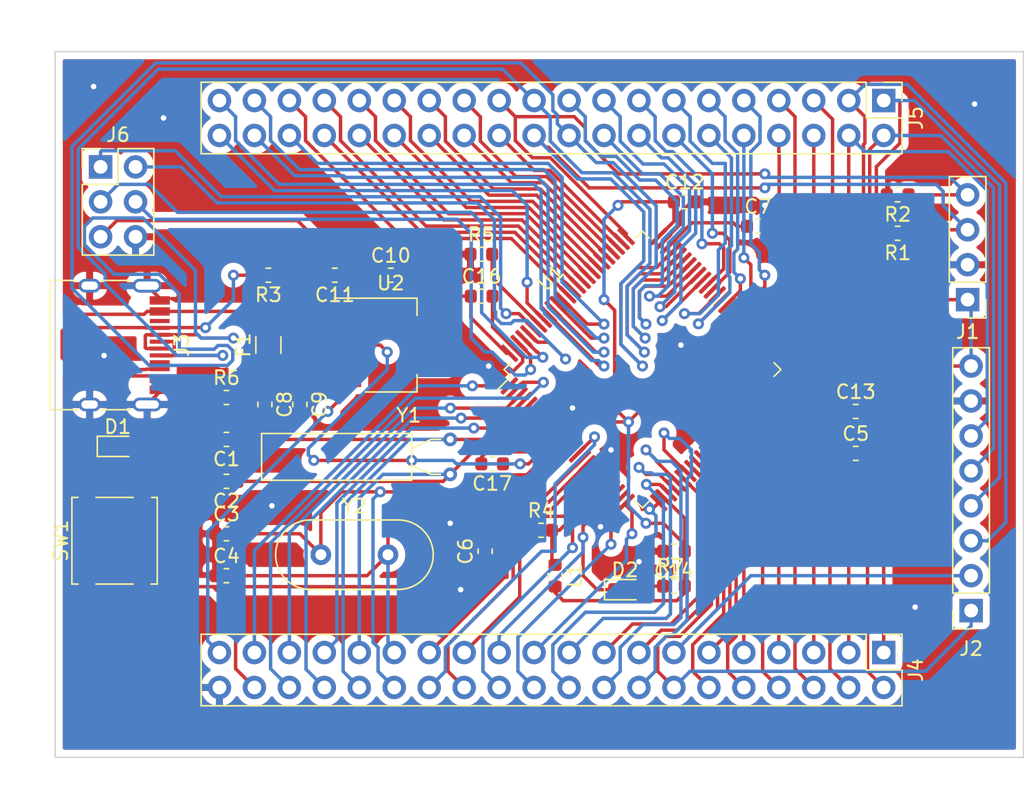
<source format=kicad_pcb>
(kicad_pcb (version 20171130) (host pcbnew "(5.1.5)-3")
  (layers (0 F.Cu signal) (31 B.Cu signal) (34 B.Paste user) (35 F.Paste user) (36 B.SilkS user) (37 F.SilkS user) (38 B.Mask user) (39 F.Mask user) (44 Edge.Cuts user))
  (net 0 "")
  (net 1 GND)
  (net 2 /PC14)
  (net 3 /PC15)
  (net 4 /PH0)
  (net 5 /PH1)
  (net 6 "Net-(C5-Pad1)")
  (net 7 /RST)
  (net 8 "Net-(C7-Pad1)")
  (net 9 +5V)
  (net 10 +3V3)
  (net 11 "Net-(D1-Pad2)")
  (net 12 "Net-(D2-Pad2)")
  (net 13 /PA1)
  (net 14 "Net-(F1-Pad2)")
  (net 15 /PA14)
  (net 16 /PA13)
  (net 17 /PB15)
  (net 18 /PB13)
  (net 19 /PB12)
  (net 20 /PB14)
  (net 21 /PB1)
  (net 22 /PB0)
  (net 23 "Net-(J3-PadB8)")
  (net 24 "Net-(J3-PadA5)")
  (net 25 /PA11)
  (net 26 /PA12)
  (net 27 "Net-(J3-PadA8)")
  (net 28 /VDDA)
  (net 29 "Net-(R4-Pad1)")
  (net 30 /BOOT0)
  (net 31 /PE1)
  (net 32 /PE0)
  (net 33 /PB9)
  (net 34 /PB8)
  (net 35 /PB7)
  (net 36 /PB6)
  (net 37 /PB5)
  (net 38 /PB4)
  (net 39 /PB3)
  (net 40 /PD7)
  (net 41 /PD6)
  (net 42 /PD5)
  (net 43 /PD4)
  (net 44 /PD3)
  (net 45 /PD2)
  (net 46 /PD1)
  (net 47 /PD0)
  (net 48 /PC12)
  (net 49 /PC11)
  (net 50 /PC10)
  (net 51 /PA15)
  (net 52 /PA10)
  (net 53 /PA9)
  (net 54 /PA8)
  (net 55 /PC9)
  (net 56 /PC8)
  (net 57 /PC7)
  (net 58 /PC6)
  (net 59 /PD15)
  (net 60 /PD14)
  (net 61 /PD13)
  (net 62 /PD12)
  (net 63 /PD11)
  (net 64 /PD10)
  (net 65 /PD9)
  (net 66 /PD8)
  (net 67 /PB11)
  (net 68 /PB10)
  (net 69 /PE15)
  (net 70 /PE14)
  (net 71 /PE13)
  (net 72 /PE12)
  (net 73 /PE11)
  (net 74 /PE10)
  (net 75 /PE9)
  (net 76 /PE8)
  (net 77 /PE7)
  (net 78 /PB2)
  (net 79 /PC5)
  (net 80 /PC4)
  (net 81 /PA7)
  (net 82 /PA6)
  (net 83 /PA5)
  (net 84 /PA4)
  (net 85 /PA3)
  (net 86 /PA2)
  (net 87 /PA0)
  (net 88 /PC3_C)
  (net 89 /PC2_C)
  (net 90 /PC1)
  (net 91 /PC0)
  (net 92 /PC13)
  (net 93 /VBAT)
  (net 94 /PE6)
  (net 95 /PE5)
  (net 96 /PE4)
  (net 97 /PE3)
  (net 98 /PE2)
  (module Crystal:Crystal_HC49-4H_Vertical (layer F.Cu) (at 179.578 116.586)
    (fp_text reference Y2 (at 2.44 -3.525) (layer F.SilkS))
    (fp_text value 25MHz)
    (pad 2 thru_hole circle (at 4.88 0) (size 1.5 1.5) (drill 0.8) (layers *.Cu *.Mask) (net 5 /PH1))
    (pad 1 thru_hole circle (at 0 0) (size 1.5 1.5) (drill 0.8) (layers *.Cu *.Mask) (net 4 /PH0))
  )
  (module Package_QFP:LQFP-100_14x14mm_P0.5mm (layer F.Cu) (at 202.946 103.124 45)
    (fp_text reference U1 (at 0 -9.42 45) (layer F.SilkS))
    (fp_text value STM32H750VBT6)
    (pad 100 smd roundrect (at -6 -7.675 45) (size 0.3 1.6) (layers F.Cu F.Paste F.Mask) (net 10 +3V3))
    (pad 99 smd roundrect (at -5.5 -7.675 45) (size 0.3 1.6) (layers F.Cu F.Paste F.Mask) (net 1 GND))
    (pad 98 smd roundrect (at -5 -7.675 45) (size 0.3 1.6) (layers F.Cu F.Paste F.Mask) (net 31 /PE1))
    (pad 97 smd roundrect (at -4.5 -7.675 45) (size 0.3 1.6) (layers F.Cu F.Paste F.Mask) (net 32 /PE0))
    (pad 96 smd roundrect (at -4 -7.675 45) (size 0.3 1.6) (layers F.Cu F.Paste F.Mask) (net 33 /PB9))
    (pad 95 smd roundrect (at -3.5 -7.675 45) (size 0.3 1.6) (layers F.Cu F.Paste F.Mask) (net 34 /PB8))
    (pad 94 smd roundrect (at -3 -7.675 45) (size 0.3 1.6) (layers F.Cu F.Paste F.Mask) (net 30 /BOOT0))
    (pad 93 smd roundrect (at -2.5 -7.675 45) (size 0.3 1.6) (layers F.Cu F.Paste F.Mask) (net 35 /PB7))
    (pad 92 smd roundrect (at -2 -7.675 45) (size 0.3 1.6) (layers F.Cu F.Paste F.Mask) (net 36 /PB6))
    (pad 91 smd roundrect (at -1.5 -7.675 45) (size 0.3 1.6) (layers F.Cu F.Paste F.Mask) (net 37 /PB5))
    (pad 90 smd roundrect (at -1 -7.675 45) (size 0.3 1.6) (layers F.Cu F.Paste F.Mask) (net 38 /PB4))
    (pad 89 smd roundrect (at -0.5 -7.675 45) (size 0.3 1.6) (layers F.Cu F.Paste F.Mask) (net 39 /PB3))
    (pad 88 smd roundrect (at 0 -7.675 45) (size 0.3 1.6) (layers F.Cu F.Paste F.Mask) (net 40 /PD7))
    (pad 87 smd roundrect (at 0.5 -7.675 45) (size 0.3 1.6) (layers F.Cu F.Paste F.Mask) (net 41 /PD6))
    (pad 86 smd roundrect (at 1 -7.675 45) (size 0.3 1.6) (layers F.Cu F.Paste F.Mask) (net 42 /PD5))
    (pad 85 smd roundrect (at 1.5 -7.675 45) (size 0.3 1.6) (layers F.Cu F.Paste F.Mask) (net 43 /PD4))
    (pad 84 smd roundrect (at 2 -7.675 45) (size 0.3 1.6) (layers F.Cu F.Paste F.Mask) (net 44 /PD3))
    (pad 83 smd roundrect (at 2.5 -7.675 45) (size 0.3 1.6) (layers F.Cu F.Paste F.Mask) (net 45 /PD2))
    (pad 82 smd roundrect (at 3 -7.675 45) (size 0.3 1.6) (layers F.Cu F.Paste F.Mask) (net 46 /PD1))
    (pad 81 smd roundrect (at 3.5 -7.675 45) (size 0.3 1.6) (layers F.Cu F.Paste F.Mask) (net 47 /PD0))
    (pad 80 smd roundrect (at 4 -7.675 45) (size 0.3 1.6) (layers F.Cu F.Paste F.Mask) (net 48 /PC12))
    (pad 79 smd roundrect (at 4.5 -7.675 45) (size 0.3 1.6) (layers F.Cu F.Paste F.Mask) (net 49 /PC11))
    (pad 78 smd roundrect (at 5 -7.675 45) (size 0.3 1.6) (layers F.Cu F.Paste F.Mask) (net 50 /PC10))
    (pad 77 smd roundrect (at 5.5 -7.675 45) (size 0.3 1.6) (layers F.Cu F.Paste F.Mask) (net 51 /PA15))
    (pad 76 smd roundrect (at 6 -7.675 45) (size 0.3 1.6) (layers F.Cu F.Paste F.Mask) (net 15 /PA14))
    (pad 75 smd roundrect (at 7.675 -6 45) (size 1.6 0.3) (layers F.Cu F.Paste F.Mask) (net 10 +3V3))
    (pad 74 smd roundrect (at 7.675 -5.5 45) (size 1.6 0.3) (layers F.Cu F.Paste F.Mask) (net 1 GND))
    (pad 73 smd roundrect (at 7.675 -5 45) (size 1.6 0.3) (layers F.Cu F.Paste F.Mask) (net 8 "Net-(C7-Pad1)"))
    (pad 72 smd roundrect (at 7.675 -4.5 45) (size 1.6 0.3) (layers F.Cu F.Paste F.Mask) (net 16 /PA13))
    (pad 71 smd roundrect (at 7.675 -4 45) (size 1.6 0.3) (layers F.Cu F.Paste F.Mask) (net 26 /PA12))
    (pad 70 smd roundrect (at 7.675 -3.5 45) (size 1.6 0.3) (layers F.Cu F.Paste F.Mask) (net 25 /PA11))
    (pad 69 smd roundrect (at 7.675 -3 45) (size 1.6 0.3) (layers F.Cu F.Paste F.Mask) (net 52 /PA10))
    (pad 68 smd roundrect (at 7.675 -2.5 45) (size 1.6 0.3) (layers F.Cu F.Paste F.Mask) (net 53 /PA9))
    (pad 67 smd roundrect (at 7.675 -2 45) (size 1.6 0.3) (layers F.Cu F.Paste F.Mask) (net 54 /PA8))
    (pad 66 smd roundrect (at 7.675 -1.5 45) (size 1.6 0.3) (layers F.Cu F.Paste F.Mask) (net 55 /PC9))
    (pad 65 smd roundrect (at 7.675 -1 45) (size 1.6 0.3) (layers F.Cu F.Paste F.Mask) (net 56 /PC8))
    (pad 64 smd roundrect (at 7.675 -0.5 45) (size 1.6 0.3) (layers F.Cu F.Paste F.Mask) (net 57 /PC7))
    (pad 63 smd roundrect (at 7.675 0 45) (size 1.6 0.3) (layers F.Cu F.Paste F.Mask) (net 58 /PC6))
    (pad 62 smd roundrect (at 7.675 0.5 45) (size 1.6 0.3) (layers F.Cu F.Paste F.Mask) (net 59 /PD15))
    (pad 61 smd roundrect (at 7.675 1 45) (size 1.6 0.3) (layers F.Cu F.Paste F.Mask) (net 60 /PD14))
    (pad 60 smd roundrect (at 7.675 1.5 45) (size 1.6 0.3) (layers F.Cu F.Paste F.Mask) (net 61 /PD13))
    (pad 59 smd roundrect (at 7.675 2 45) (size 1.6 0.3) (layers F.Cu F.Paste F.Mask) (net 62 /PD12))
    (pad 58 smd roundrect (at 7.675 2.5 45) (size 1.6 0.3) (layers F.Cu F.Paste F.Mask) (net 63 /PD11))
    (pad 57 smd roundrect (at 7.675 3 45) (size 1.6 0.3) (layers F.Cu F.Paste F.Mask) (net 64 /PD10))
    (pad 56 smd roundrect (at 7.675 3.5 45) (size 1.6 0.3) (layers F.Cu F.Paste F.Mask) (net 65 /PD9))
    (pad 55 smd roundrect (at 7.675 4 45) (size 1.6 0.3) (layers F.Cu F.Paste F.Mask) (net 66 /PD8))
    (pad 54 smd roundrect (at 7.675 4.5 45) (size 1.6 0.3) (layers F.Cu F.Paste F.Mask) (net 17 /PB15))
    (pad 53 smd roundrect (at 7.675 5 45) (size 1.6 0.3) (layers F.Cu F.Paste F.Mask) (net 20 /PB14))
    (pad 52 smd roundrect (at 7.675 5.5 45) (size 1.6 0.3) (layers F.Cu F.Paste F.Mask) (net 18 /PB13))
    (pad 51 smd roundrect (at 7.675 6 45) (size 1.6 0.3) (layers F.Cu F.Paste F.Mask) (net 19 /PB12))
    (pad 50 smd roundrect (at 6 7.675 45) (size 0.3 1.6) (layers F.Cu F.Paste F.Mask) (net 10 +3V3))
    (pad 49 smd roundrect (at 5.5 7.675 45) (size 0.3 1.6) (layers F.Cu F.Paste F.Mask) (net 1 GND))
    (pad 48 smd roundrect (at 5 7.675 45) (size 0.3 1.6) (layers F.Cu F.Paste F.Mask) (net 6 "Net-(C5-Pad1)"))
    (pad 47 smd roundrect (at 4.5 7.675 45) (size 0.3 1.6) (layers F.Cu F.Paste F.Mask) (net 67 /PB11))
    (pad 46 smd roundrect (at 4 7.675 45) (size 0.3 1.6) (layers F.Cu F.Paste F.Mask) (net 68 /PB10))
    (pad 45 smd roundrect (at 3.5 7.675 45) (size 0.3 1.6) (layers F.Cu F.Paste F.Mask) (net 69 /PE15))
    (pad 44 smd roundrect (at 3 7.675 45) (size 0.3 1.6) (layers F.Cu F.Paste F.Mask) (net 70 /PE14))
    (pad 43 smd roundrect (at 2.5 7.675 45) (size 0.3 1.6) (layers F.Cu F.Paste F.Mask) (net 71 /PE13))
    (pad 42 smd roundrect (at 2 7.675 45) (size 0.3 1.6) (layers F.Cu F.Paste F.Mask) (net 72 /PE12))
    (pad 41 smd roundrect (at 1.5 7.675 45) (size 0.3 1.6) (layers F.Cu F.Paste F.Mask) (net 73 /PE11))
    (pad 40 smd roundrect (at 1 7.675 45) (size 0.3 1.6) (layers F.Cu F.Paste F.Mask) (net 74 /PE10))
    (pad 39 smd roundrect (at 0.5 7.675 45) (size 0.3 1.6) (layers F.Cu F.Paste F.Mask) (net 75 /PE9))
    (pad 38 smd roundrect (at 0 7.675 45) (size 0.3 1.6) (layers F.Cu F.Paste F.Mask) (net 76 /PE8))
    (pad 37 smd roundrect (at -0.5 7.675 45) (size 0.3 1.6) (layers F.Cu F.Paste F.Mask) (net 77 /PE7))
    (pad 36 smd roundrect (at -1 7.675 45) (size 0.3 1.6) (layers F.Cu F.Paste F.Mask) (net 78 /PB2))
    (pad 35 smd roundrect (at -1.5 7.675 45) (size 0.3 1.6) (layers F.Cu F.Paste F.Mask) (net 21 /PB1))
    (pad 34 smd roundrect (at -2 7.675 45) (size 0.3 1.6) (layers F.Cu F.Paste F.Mask) (net 22 /PB0))
    (pad 33 smd roundrect (at -2.5 7.675 45) (size 0.3 1.6) (layers F.Cu F.Paste F.Mask) (net 79 /PC5))
    (pad 32 smd roundrect (at -3 7.675 45) (size 0.3 1.6) (layers F.Cu F.Paste F.Mask) (net 80 /PC4))
    (pad 31 smd roundrect (at -3.5 7.675 45) (size 0.3 1.6) (layers F.Cu F.Paste F.Mask) (net 81 /PA7))
    (pad 30 smd roundrect (at -4 7.675 45) (size 0.3 1.6) (layers F.Cu F.Paste F.Mask) (net 82 /PA6))
    (pad 29 smd roundrect (at -4.5 7.675 45) (size 0.3 1.6) (layers F.Cu F.Paste F.Mask) (net 83 /PA5))
    (pad 28 smd roundrect (at -5 7.675 45) (size 0.3 1.6) (layers F.Cu F.Paste F.Mask) (net 84 /PA4))
    (pad 27 smd roundrect (at -5.5 7.675 45) (size 0.3 1.6) (layers F.Cu F.Paste F.Mask) (net 10 +3V3))
    (pad 26 smd roundrect (at -6 7.675 45) (size 0.3 1.6) (layers F.Cu F.Paste F.Mask) (net 1 GND))
    (pad 25 smd roundrect (at -7.675 6 45) (size 1.6 0.3) (layers F.Cu F.Paste F.Mask) (net 85 /PA3))
    (pad 24 smd roundrect (at -7.675 5.5 45) (size 1.6 0.3) (layers F.Cu F.Paste F.Mask) (net 86 /PA2))
    (pad 23 smd roundrect (at -7.675 5 45) (size 1.6 0.3) (layers F.Cu F.Paste F.Mask) (net 13 /PA1))
    (pad 22 smd roundrect (at -7.675 4.5 45) (size 1.6 0.3) (layers F.Cu F.Paste F.Mask) (net 87 /PA0))
    (pad 21 smd roundrect (at -7.675 4 45) (size 1.6 0.3) (layers F.Cu F.Paste F.Mask) (net 28 /VDDA))
    (pad 20 smd roundrect (at -7.675 3.5 45) (size 1.6 0.3) (layers F.Cu F.Paste F.Mask) (net 29 "Net-(R4-Pad1)"))
    (pad 19 smd roundrect (at -7.675 3 45) (size 1.6 0.3) (layers F.Cu F.Paste F.Mask) (net 1 GND))
    (pad 18 smd roundrect (at -7.675 2.5 45) (size 1.6 0.3) (layers F.Cu F.Paste F.Mask) (net 88 /PC3_C))
    (pad 17 smd roundrect (at -7.675 2 45) (size 1.6 0.3) (layers F.Cu F.Paste F.Mask) (net 89 /PC2_C))
    (pad 16 smd roundrect (at -7.675 1.5 45) (size 1.6 0.3) (layers F.Cu F.Paste F.Mask) (net 90 /PC1))
    (pad 15 smd roundrect (at -7.675 1 45) (size 1.6 0.3) (layers F.Cu F.Paste F.Mask) (net 91 /PC0))
    (pad 14 smd roundrect (at -7.675 0.5 45) (size 1.6 0.3) (layers F.Cu F.Paste F.Mask) (net 7 /RST))
    (pad 13 smd roundrect (at -7.675 0 45) (size 1.6 0.3) (layers F.Cu F.Paste F.Mask) (net 5 /PH1))
    (pad 12 smd roundrect (at -7.675 -0.5 45) (size 1.6 0.3) (layers F.Cu F.Paste F.Mask) (net 4 /PH0))
    (pad 11 smd roundrect (at -7.675 -1 45) (size 1.6 0.3) (layers F.Cu F.Paste F.Mask) (net 10 +3V3))
    (pad 10 smd roundrect (at -7.675 -1.5 45) (size 1.6 0.3) (layers F.Cu F.Paste F.Mask) (net 1 GND))
    (pad 9 smd roundrect (at -7.675 -2 45) (size 1.6 0.3) (layers F.Cu F.Paste F.Mask) (net 3 /PC15))
    (pad 8 smd roundrect (at -7.675 -2.5 45) (size 1.6 0.3) (layers F.Cu F.Paste F.Mask) (net 2 /PC14))
    (pad 7 smd roundrect (at -7.675 -3 45) (size 1.6 0.3) (layers F.Cu F.Paste F.Mask) (net 92 /PC13))
    (pad 6 smd roundrect (at -7.675 -3.5 45) (size 1.6 0.3) (layers F.Cu F.Paste F.Mask) (net 93 /VBAT))
    (pad 5 smd roundrect (at -7.675 -4 45) (size 1.6 0.3) (layers F.Cu F.Paste F.Mask) (net 94 /PE6))
    (pad 4 smd roundrect (at -7.675 -4.5 45) (size 1.6 0.3) (layers F.Cu F.Paste F.Mask) (net 95 /PE5))
    (pad 3 smd roundrect (at -7.675 -5 45) (size 1.6 0.3) (layers F.Cu F.Paste F.Mask) (net 96 /PE4))
    (pad 2 smd roundrect (at -7.675 -5.5 45) (size 1.6 0.3) (layers F.Cu F.Paste F.Mask) (net 97 /PE3))
    (pad 1 smd roundrect (at -7.675 -6 45) (size 1.6 0.3) (layers F.Cu F.Paste F.Mask) (net 98 /PE2))
  )
  (module Connector_PinHeader_2.54mm:PinHeader_2x03_P2.54mm_Vertical (layer F.Cu) (at 163.576 88.392)
    (fp_text reference J6 (at 1.27 -2.33) (layer F.SilkS))
    (fp_text value Conn_02x03_Odd_Even)
    (pad 6 thru_hole oval (at 2.54 5.08) (size 1.7 1.7) (drill 1) (layers *.Cu *.Mask) (net 1 GND))
    (pad 5 thru_hole oval (at 0 5.08) (size 1.7 1.7) (drill 1) (layers *.Cu *.Mask) (net 10 +3V3))
    (pad 4 thru_hole oval (at 2.54 2.54) (size 1.7 1.7) (drill 1) (layers *.Cu *.Mask) (net 31 /PE1))
    (pad 3 thru_hole oval (at 0 2.54) (size 1.7 1.7) (drill 1) (layers *.Cu *.Mask) (net 32 /PE0))
    (pad 2 thru_hole oval (at 2.54 0) (size 1.7 1.7) (drill 1) (layers *.Cu *.Mask) (net 33 /PB9))
    (pad 1 thru_hole rect (at 0 0) (size 1.7 1.7) (drill 1) (layers *.Cu *.Mask) (net 34 /PB8))
  )
  (module Connector_PinHeader_2.54mm:PinHeader_2x20_P2.54mm_Vertical (layer F.Cu) (at 220.472 83.566 270)
    (fp_text reference J5 (at 1.27 -2.33 90) (layer F.SilkS))
    (fp_text value Conn_02x20_Odd_Even)
    (pad 40 thru_hole oval (at 2.54 48.26 270) (size 1.7 1.7) (drill 1) (layers *.Cu *.Mask) (net 35 /PB7))
    (pad 39 thru_hole oval (at 0 48.26 270) (size 1.7 1.7) (drill 1) (layers *.Cu *.Mask) (net 36 /PB6))
    (pad 38 thru_hole oval (at 2.54 45.72 270) (size 1.7 1.7) (drill 1) (layers *.Cu *.Mask) (net 37 /PB5))
    (pad 37 thru_hole oval (at 0 45.72 270) (size 1.7 1.7) (drill 1) (layers *.Cu *.Mask) (net 38 /PB4))
    (pad 36 thru_hole oval (at 2.54 43.18 270) (size 1.7 1.7) (drill 1) (layers *.Cu *.Mask) (net 39 /PB3))
    (pad 35 thru_hole oval (at 0 43.18 270) (size 1.7 1.7) (drill 1) (layers *.Cu *.Mask) (net 40 /PD7))
    (pad 34 thru_hole oval (at 2.54 40.64 270) (size 1.7 1.7) (drill 1) (layers *.Cu *.Mask) (net 41 /PD6))
    (pad 33 thru_hole oval (at 0 40.64 270) (size 1.7 1.7) (drill 1) (layers *.Cu *.Mask) (net 42 /PD5))
    (pad 32 thru_hole oval (at 2.54 38.1 270) (size 1.7 1.7) (drill 1) (layers *.Cu *.Mask) (net 43 /PD4))
    (pad 31 thru_hole oval (at 0 38.1 270) (size 1.7 1.7) (drill 1) (layers *.Cu *.Mask) (net 44 /PD3))
    (pad 30 thru_hole oval (at 2.54 35.56 270) (size 1.7 1.7) (drill 1) (layers *.Cu *.Mask) (net 45 /PD2))
    (pad 29 thru_hole oval (at 0 35.56 270) (size 1.7 1.7) (drill 1) (layers *.Cu *.Mask) (net 46 /PD1))
    (pad 28 thru_hole oval (at 2.54 33.02 270) (size 1.7 1.7) (drill 1) (layers *.Cu *.Mask) (net 47 /PD0))
    (pad 27 thru_hole oval (at 0 33.02 270) (size 1.7 1.7) (drill 1) (layers *.Cu *.Mask) (net 48 /PC12))
    (pad 26 thru_hole oval (at 2.54 30.48 270) (size 1.7 1.7) (drill 1) (layers *.Cu *.Mask) (net 49 /PC11))
    (pad 25 thru_hole oval (at 0 30.48 270) (size 1.7 1.7) (drill 1) (layers *.Cu *.Mask) (net 50 /PC10))
    (pad 24 thru_hole oval (at 2.54 27.94 270) (size 1.7 1.7) (drill 1) (layers *.Cu *.Mask) (net 51 /PA15))
    (pad 23 thru_hole oval (at 0 27.94 270) (size 1.7 1.7) (drill 1) (layers *.Cu *.Mask) (net 15 /PA14))
    (pad 22 thru_hole oval (at 2.54 25.4 270) (size 1.7 1.7) (drill 1) (layers *.Cu *.Mask) (net 16 /PA13))
    (pad 21 thru_hole oval (at 0 25.4 270) (size 1.7 1.7) (drill 1) (layers *.Cu *.Mask) (net 26 /PA12))
    (pad 20 thru_hole oval (at 2.54 22.86 270) (size 1.7 1.7) (drill 1) (layers *.Cu *.Mask) (net 25 /PA11))
    (pad 19 thru_hole oval (at 0 22.86 270) (size 1.7 1.7) (drill 1) (layers *.Cu *.Mask) (net 52 /PA10))
    (pad 18 thru_hole oval (at 2.54 20.32 270) (size 1.7 1.7) (drill 1) (layers *.Cu *.Mask) (net 53 /PA9))
    (pad 17 thru_hole oval (at 0 20.32 270) (size 1.7 1.7) (drill 1) (layers *.Cu *.Mask) (net 54 /PA8))
    (pad 16 thru_hole oval (at 2.54 17.78 270) (size 1.7 1.7) (drill 1) (layers *.Cu *.Mask) (net 55 /PC9))
    (pad 15 thru_hole oval (at 0 17.78 270) (size 1.7 1.7) (drill 1) (layers *.Cu *.Mask) (net 56 /PC8))
    (pad 14 thru_hole oval (at 2.54 15.24 270) (size 1.7 1.7) (drill 1) (layers *.Cu *.Mask) (net 57 /PC7))
    (pad 13 thru_hole oval (at 0 15.24 270) (size 1.7 1.7) (drill 1) (layers *.Cu *.Mask) (net 58 /PC6))
    (pad 12 thru_hole oval (at 2.54 12.7 270) (size 1.7 1.7) (drill 1) (layers *.Cu *.Mask) (net 59 /PD15))
    (pad 11 thru_hole oval (at 0 12.7 270) (size 1.7 1.7) (drill 1) (layers *.Cu *.Mask) (net 60 /PD14))
    (pad 10 thru_hole oval (at 2.54 10.16 270) (size 1.7 1.7) (drill 1) (layers *.Cu *.Mask) (net 61 /PD13))
    (pad 9 thru_hole oval (at 0 10.16 270) (size 1.7 1.7) (drill 1) (layers *.Cu *.Mask) (net 62 /PD12))
    (pad 8 thru_hole oval (at 2.54 7.62 270) (size 1.7 1.7) (drill 1) (layers *.Cu *.Mask) (net 63 /PD11))
    (pad 7 thru_hole oval (at 0 7.62 270) (size 1.7 1.7) (drill 1) (layers *.Cu *.Mask) (net 64 /PD10))
    (pad 6 thru_hole oval (at 2.54 5.08 270) (size 1.7 1.7) (drill 1) (layers *.Cu *.Mask) (net 65 /PD9))
    (pad 5 thru_hole oval (at 0 5.08 270) (size 1.7 1.7) (drill 1) (layers *.Cu *.Mask) (net 66 /PD8))
    (pad 4 thru_hole oval (at 2.54 2.54 270) (size 1.7 1.7) (drill 1) (layers *.Cu *.Mask) (net 17 /PB15))
    (pad 3 thru_hole oval (at 0 2.54 270) (size 1.7 1.7) (drill 1) (layers *.Cu *.Mask) (net 20 /PB14))
    (pad 2 thru_hole oval (at 2.54 0 270) (size 1.7 1.7) (drill 1) (layers *.Cu *.Mask) (net 18 /PB13))
    (pad 1 thru_hole rect (at 0 0 270) (size 1.7 1.7) (drill 1) (layers *.Cu *.Mask) (net 19 /PB12))
  )
  (module Connector_PinHeader_2.54mm:PinHeader_2x20_P2.54mm_Vertical (layer F.Cu) (at 220.472 123.698 270)
    (fp_text reference J4 (at 1.27 -2.33 90) (layer F.SilkS))
    (fp_text value Conn_02x20_Odd_Even)
    (pad 40 thru_hole oval (at 2.54 48.26 270) (size 1.7 1.7) (drill 1) (layers *.Cu *.Mask) (net 1 GND))
    (pad 39 thru_hole oval (at 0 48.26 270) (size 1.7 1.7) (drill 1) (layers *.Cu *.Mask) (net 9 +5V))
    (pad 38 thru_hole oval (at 2.54 45.72 270) (size 1.7 1.7) (drill 1) (layers *.Cu *.Mask) (net 7 /RST))
    (pad 37 thru_hole oval (at 0 45.72 270) (size 1.7 1.7) (drill 1) (layers *.Cu *.Mask) (net 98 /PE2))
    (pad 36 thru_hole oval (at 2.54 43.18 270) (size 1.7 1.7) (drill 1) (layers *.Cu *.Mask) (net 97 /PE3))
    (pad 35 thru_hole oval (at 0 43.18 270) (size 1.7 1.7) (drill 1) (layers *.Cu *.Mask) (net 96 /PE4))
    (pad 34 thru_hole oval (at 2.54 40.64 270) (size 1.7 1.7) (drill 1) (layers *.Cu *.Mask) (net 95 /PE5))
    (pad 33 thru_hole oval (at 0 40.64 270) (size 1.7 1.7) (drill 1) (layers *.Cu *.Mask) (net 94 /PE6))
    (pad 32 thru_hole oval (at 2.54 38.1 270) (size 1.7 1.7) (drill 1) (layers *.Cu *.Mask) (net 2 /PC14))
    (pad 31 thru_hole oval (at 0 38.1 270) (size 1.7 1.7) (drill 1) (layers *.Cu *.Mask) (net 3 /PC15))
    (pad 30 thru_hole oval (at 2.54 35.56 270) (size 1.7 1.7) (drill 1) (layers *.Cu *.Mask) (net 4 /PH0))
    (pad 29 thru_hole oval (at 0 35.56 270) (size 1.7 1.7) (drill 1) (layers *.Cu *.Mask) (net 5 /PH1))
    (pad 28 thru_hole oval (at 2.54 33.02 270) (size 1.7 1.7) (drill 1) (layers *.Cu *.Mask) (net 91 /PC0))
    (pad 27 thru_hole oval (at 0 33.02 270) (size 1.7 1.7) (drill 1) (layers *.Cu *.Mask) (net 90 /PC1))
    (pad 26 thru_hole oval (at 2.54 30.48 270) (size 1.7 1.7) (drill 1) (layers *.Cu *.Mask) (net 89 /PC2_C))
    (pad 25 thru_hole oval (at 0 30.48 270) (size 1.7 1.7) (drill 1) (layers *.Cu *.Mask) (net 88 /PC3_C))
    (pad 24 thru_hole oval (at 2.54 27.94 270) (size 1.7 1.7) (drill 1) (layers *.Cu *.Mask) (net 87 /PA0))
    (pad 23 thru_hole oval (at 0 27.94 270) (size 1.7 1.7) (drill 1) (layers *.Cu *.Mask) (net 13 /PA1))
    (pad 22 thru_hole oval (at 2.54 25.4 270) (size 1.7 1.7) (drill 1) (layers *.Cu *.Mask) (net 86 /PA2))
    (pad 21 thru_hole oval (at 0 25.4 270) (size 1.7 1.7) (drill 1) (layers *.Cu *.Mask) (net 85 /PA3))
    (pad 20 thru_hole oval (at 2.54 22.86 270) (size 1.7 1.7) (drill 1) (layers *.Cu *.Mask) (net 84 /PA4))
    (pad 19 thru_hole oval (at 0 22.86 270) (size 1.7 1.7) (drill 1) (layers *.Cu *.Mask) (net 83 /PA5))
    (pad 18 thru_hole oval (at 2.54 20.32 270) (size 1.7 1.7) (drill 1) (layers *.Cu *.Mask) (net 82 /PA6))
    (pad 17 thru_hole oval (at 0 20.32 270) (size 1.7 1.7) (drill 1) (layers *.Cu *.Mask) (net 81 /PA7))
    (pad 16 thru_hole oval (at 2.54 17.78 270) (size 1.7 1.7) (drill 1) (layers *.Cu *.Mask) (net 80 /PC4))
    (pad 15 thru_hole oval (at 0 17.78 270) (size 1.7 1.7) (drill 1) (layers *.Cu *.Mask) (net 79 /PC5))
    (pad 14 thru_hole oval (at 2.54 15.24 270) (size 1.7 1.7) (drill 1) (layers *.Cu *.Mask) (net 22 /PB0))
    (pad 13 thru_hole oval (at 0 15.24 270) (size 1.7 1.7) (drill 1) (layers *.Cu *.Mask) (net 21 /PB1))
    (pad 12 thru_hole oval (at 2.54 12.7 270) (size 1.7 1.7) (drill 1) (layers *.Cu *.Mask) (net 78 /PB2))
    (pad 11 thru_hole oval (at 0 12.7 270) (size 1.7 1.7) (drill 1) (layers *.Cu *.Mask) (net 77 /PE7))
    (pad 10 thru_hole oval (at 2.54 10.16 270) (size 1.7 1.7) (drill 1) (layers *.Cu *.Mask) (net 76 /PE8))
    (pad 9 thru_hole oval (at 0 10.16 270) (size 1.7 1.7) (drill 1) (layers *.Cu *.Mask) (net 75 /PE9))
    (pad 8 thru_hole oval (at 2.54 7.62 270) (size 1.7 1.7) (drill 1) (layers *.Cu *.Mask) (net 74 /PE10))
    (pad 7 thru_hole oval (at 0 7.62 270) (size 1.7 1.7) (drill 1) (layers *.Cu *.Mask) (net 73 /PE11))
    (pad 6 thru_hole oval (at 2.54 5.08 270) (size 1.7 1.7) (drill 1) (layers *.Cu *.Mask) (net 72 /PE12))
    (pad 5 thru_hole oval (at 0 5.08 270) (size 1.7 1.7) (drill 1) (layers *.Cu *.Mask) (net 71 /PE13))
    (pad 4 thru_hole oval (at 2.54 2.54 270) (size 1.7 1.7) (drill 1) (layers *.Cu *.Mask) (net 70 /PE14))
    (pad 3 thru_hole oval (at 0 2.54 270) (size 1.7 1.7) (drill 1) (layers *.Cu *.Mask) (net 69 /PE15))
    (pad 2 thru_hole oval (at 2.54 0 270) (size 1.7 1.7) (drill 1) (layers *.Cu *.Mask) (net 68 /PB10))
    (pad 1 thru_hole rect (at 0 0 270) (size 1.7 1.7) (drill 1) (layers *.Cu *.Mask) (net 67 /PB11))
  )
  (module Inductor_SMD:L_0603_1608Metric (layer F.Cu) (at 196.596 118.11 270)
    (fp_text reference L1 (at 0 -1.43 90) (layer F.SilkS))
    (fp_text value 600Ω@100MHz)
    (pad 2 smd roundrect (at 0.7875 0 270) (size 0.875 0.95) (layers F.Cu F.Paste F.Mask) (net 10 +3V3))
    (pad 1 smd roundrect (at -0.7875 0 270) (size 0.875 0.95) (layers F.Cu F.Paste F.Mask) (net 28 /VDDA))
  )
  (module Connector_PinSocket_2.54mm:PinSocket_1x08_P2.54mm_Vertical (layer F.Cu) (at 226.822 120.65 180)
    (fp_text reference J2 (at 0 -2.77) (layer F.SilkS))
    (fp_text value TFT/OLED)
    (pad 8 thru_hole oval (at 0 17.78 180) (size 1.7 1.7) (drill 1) (layers *.Cu *.Mask) (net 10 +3V3))
    (pad 7 thru_hole oval (at 0 15.24 180) (size 1.7 1.7) (drill 1) (layers *.Cu *.Mask) (net 1 GND))
    (pad 6 thru_hole oval (at 0 12.7 180) (size 1.7 1.7) (drill 1) (layers *.Cu *.Mask) (net 17 /PB15))
    (pad 5 thru_hole oval (at 0 10.16 180) (size 1.7 1.7) (drill 1) (layers *.Cu *.Mask) (net 18 /PB13))
    (pad 4 thru_hole oval (at 0 7.62 180) (size 1.7 1.7) (drill 1) (layers *.Cu *.Mask) (net 19 /PB12))
    (pad 3 thru_hole oval (at 0 5.08 180) (size 1.7 1.7) (drill 1) (layers *.Cu *.Mask) (net 20 /PB14))
    (pad 2 thru_hole oval (at 0 2.54 180) (size 1.7 1.7) (drill 1) (layers *.Cu *.Mask) (net 21 /PB1))
    (pad 1 thru_hole rect (at 0 0 180) (size 1.7 1.7) (drill 1) (layers *.Cu *.Mask) (net 22 /PB0))
  )
  (module Crystal:Crystal_AT310_D3.0mm_L10.0mm_Horizontal (layer F.Cu) (at 188.976 108.204 270)
    (fp_text reference Y1 (at -1.75 3) (layer F.SilkS))
    (fp_text value 32.768K)
    (pad 2 thru_hole circle (at 2.54 0 270) (size 1 1) (drill 0.5) (layers *.Cu *.Mask) (net 3 /PC15))
    (pad 1 thru_hole circle (at 0 0 270) (size 1 1) (drill 0.5) (layers *.Cu *.Mask) (net 2 /PC14))
  )
  (module Package_TO_SOT_SMD:SOT-223 (layer F.Cu) (at 184.658 101.346)
    (fp_text reference U2 (at 0 -4.5) (layer F.SilkS))
    (fp_text value LM1117-3.3)
    (pad 1 smd rect (at -3.15 -2.3) (size 2 1.5) (layers F.Cu F.Paste F.Mask) (net 1 GND))
    (pad 3 smd rect (at -3.15 2.3) (size 2 1.5) (layers F.Cu F.Paste F.Mask) (net 9 +5V))
    (pad 2 smd rect (at -3.15 0) (size 2 1.5) (layers F.Cu F.Paste F.Mask) (net 10 +3V3))
    (pad 4 smd rect (at 3.15 0) (size 2 3.8) (layers F.Cu F.Paste F.Mask))
  )
  (module Button_Switch_SMD:SW_SPST_EVPBF (layer F.Cu) (at 164.592 115.57 90)
    (fp_text reference SW1 (at 0 -3.9 90) (layer F.SilkS))
    (fp_text value RST)
    (pad 2 smd rect (at 2.88 2 90) (size 2.75 1) (layers F.Cu F.Paste F.Mask) (net 7 /RST))
    (pad 2 smd rect (at -2.88 2 90) (size 2.75 1) (layers F.Cu F.Paste F.Mask) (net 7 /RST))
    (pad 1 smd rect (at -2.88 -2 90) (size 2.75 1) (layers F.Cu F.Paste F.Mask) (net 1 GND))
    (pad 1 smd rect (at 2.88 -2 90) (size 2.75 1) (layers F.Cu F.Paste F.Mask) (net 1 GND))
  )
  (module Resistor_SMD:R_0603_1608Metric (layer F.Cu) (at 205.232 118.872)
    (fp_text reference R7 (at -0.254 -1.43) (layer F.SilkS))
    (fp_text value 510R)
    (pad 2 smd roundrect (at 0.7875 0) (size 0.875 0.95) (layers F.Cu F.Paste F.Mask) (net 10 +3V3))
    (pad 1 smd roundrect (at -0.7875 0) (size 0.875 0.95) (layers F.Cu F.Paste F.Mask) (net 12 "Net-(D2-Pad2)"))
  )
  (module Resistor_SMD:R_0603_1608Metric (layer F.Cu) (at 172.72 105.156)
    (fp_text reference R6 (at 0 -1.43) (layer F.SilkS))
    (fp_text value 510R)
    (pad 2 smd roundrect (at 0.7875 0) (size 0.875 0.95) (layers F.Cu F.Paste F.Mask) (net 10 +3V3))
    (pad 1 smd roundrect (at -0.7875 0) (size 0.875 0.95) (layers F.Cu F.Paste F.Mask) (net 11 "Net-(D1-Pad2)"))
  )
  (module Resistor_SMD:R_0603_1608Metric (layer F.Cu) (at 191.2365 94.742)
    (fp_text reference R5 (at 0 -1.43) (layer F.SilkS))
    (fp_text value 10K)
    (pad 2 smd roundrect (at 0.7875 0) (size 0.875 0.95) (layers F.Cu F.Paste F.Mask) (net 30 /BOOT0))
    (pad 1 smd roundrect (at -0.7875 0) (size 0.875 0.95) (layers F.Cu F.Paste F.Mask) (net 1 GND))
  )
  (module Resistor_SMD:R_0603_1608Metric (layer F.Cu) (at 195.58 114.808)
    (fp_text reference R4 (at 0 -1.43) (layer F.SilkS))
    (fp_text value 0Ω)
    (pad 2 smd roundrect (at 0.7875 0) (size 0.875 0.95) (layers F.Cu F.Paste F.Mask) (net 28 /VDDA))
    (pad 1 smd roundrect (at -0.7875 0) (size 0.875 0.95) (layers F.Cu F.Paste F.Mask) (net 29 "Net-(R4-Pad1)"))
  )
  (module Resistor_SMD:R_0603_1608Metric (layer F.Cu) (at 175.768 96.266 180)
    (fp_text reference R3 (at 0 -1.43) (layer F.SilkS))
    (fp_text value 5.1K)
    (pad 2 smd roundrect (at 0.7875 0 180) (size 0.875 0.95) (layers F.Cu F.Paste F.Mask) (net 24 "Net-(J3-PadA5)"))
    (pad 1 smd roundrect (at -0.7875 0 180) (size 0.875 0.95) (layers F.Cu F.Paste F.Mask) (net 1 GND))
  )
  (module Resistor_SMD:R_0603_1608Metric (layer F.Cu) (at 221.488 90.424 180)
    (fp_text reference R2 (at 0 -1.43) (layer F.SilkS))
    (fp_text value 10K)
    (pad 2 smd roundrect (at 0.7875 0 180) (size 0.875 0.95) (layers F.Cu F.Paste F.Mask) (net 1 GND))
    (pad 1 smd roundrect (at -0.7875 0 180) (size 0.875 0.95) (layers F.Cu F.Paste F.Mask) (net 15 /PA14))
  )
  (module Resistor_SMD:R_0603_1608Metric (layer F.Cu) (at 221.488 93.218 180)
    (fp_text reference R1 (at 0 -1.43) (layer F.SilkS))
    (fp_text value 10K)
    (pad 2 smd roundrect (at 0.7875 0 180) (size 0.875 0.95) (layers F.Cu F.Paste F.Mask) (net 10 +3V3))
    (pad 1 smd roundrect (at -0.7875 0 180) (size 0.875 0.95) (layers F.Cu F.Paste F.Mask) (net 16 /PA13))
  )
  (module Connector_USB:USB_C_Receptacle_HRO_TYPE-C-31-M-12 (layer F.Cu) (at 163.83 101.346 270)
    (fp_text reference J3 (at 0 -5.645 90) (layer F.SilkS))
    (fp_text value USB_C)
    (pad B1 smd rect (at 3.25 -4.045 270) (size 0.6 1.45) (layers F.Cu F.Paste F.Mask) (net 1 GND))
    (pad A9 smd rect (at 2.45 -4.045 270) (size 0.6 1.45) (layers F.Cu F.Paste F.Mask) (net 14 "Net-(F1-Pad2)"))
    (pad B9 smd rect (at -2.45 -4.045 270) (size 0.6 1.45) (layers F.Cu F.Paste F.Mask) (net 14 "Net-(F1-Pad2)"))
    (pad B12 smd rect (at -3.25 -4.045 270) (size 0.6 1.45) (layers F.Cu F.Paste F.Mask) (net 1 GND))
    (pad A1 smd rect (at -3.25 -4.045 270) (size 0.6 1.45) (layers F.Cu F.Paste F.Mask) (net 1 GND))
    (pad A4 smd rect (at -2.45 -4.045 270) (size 0.6 1.45) (layers F.Cu F.Paste F.Mask) (net 14 "Net-(F1-Pad2)"))
    (pad B4 smd rect (at 2.45 -4.045 270) (size 0.6 1.45) (layers F.Cu F.Paste F.Mask) (net 14 "Net-(F1-Pad2)"))
    (pad A12 smd rect (at 3.25 -4.045 270) (size 0.6 1.45) (layers F.Cu F.Paste F.Mask) (net 1 GND))
    (pad B8 smd rect (at -1.75 -4.045 270) (size 0.3 1.45) (layers F.Cu F.Paste F.Mask) (net 23 "Net-(J3-PadB8)"))
    (pad A5 smd rect (at -1.25 -4.045 270) (size 0.3 1.45) (layers F.Cu F.Paste F.Mask) (net 24 "Net-(J3-PadA5)"))
    (pad B7 smd rect (at -0.75 -4.045 270) (size 0.3 1.45) (layers F.Cu F.Paste F.Mask) (net 25 /PA11))
    (pad A7 smd rect (at 0.25 -4.045 270) (size 0.3 1.45) (layers F.Cu F.Paste F.Mask) (net 25 /PA11))
    (pad B6 smd rect (at 0.75 -4.045 270) (size 0.3 1.45) (layers F.Cu F.Paste F.Mask) (net 26 /PA12))
    (pad A8 smd rect (at 1.25 -4.045 270) (size 0.3 1.45) (layers F.Cu F.Paste F.Mask) (net 27 "Net-(J3-PadA8)"))
    (pad B5 smd rect (at 1.75 -4.045 270) (size 0.3 1.45) (layers F.Cu F.Paste F.Mask) (net 24 "Net-(J3-PadA5)"))
    (pad A6 smd rect (at -0.25 -4.045 270) (size 0.3 1.45) (layers F.Cu F.Paste F.Mask) (net 26 /PA12))
    (pad S1 thru_hole oval (at 4.32 -3.13 270) (size 1 2.1) (drill oval 0.6 1.7) (layers *.Cu *.Mask) (net 1 GND))
    (pad S1 thru_hole oval (at -4.32 -3.13 270) (size 1 2.1) (drill oval 0.6 1.7) (layers *.Cu *.Mask) (net 1 GND))
    (pad "" np_thru_hole circle (at -2.89 -2.6 270) (size 0.65 0.65) (drill 0.65) (layers *.Cu *.Mask))
    (pad S1 thru_hole oval (at -4.32 1.05 270) (size 1 1.6) (drill oval 0.6 1.2) (layers *.Cu *.Mask) (net 1 GND))
    (pad "" np_thru_hole circle (at 2.89 -2.6 270) (size 0.65 0.65) (drill 0.65) (layers *.Cu *.Mask))
    (pad S1 thru_hole oval (at 4.32 1.05 270) (size 1 1.6) (drill oval 0.6 1.2) (layers *.Cu *.Mask) (net 1 GND))
  )
  (module Connector_PinHeader_2.54mm:PinHeader_1x04_P2.54mm_Vertical (layer F.Cu) (at 226.568 98.044 180)
    (fp_text reference J1 (at 0 -2.33) (layer F.SilkS))
    (fp_text value SWD)
    (pad 4 thru_hole oval (at 0 7.62 180) (size 1.7 1.7) (drill 1) (layers *.Cu *.Mask) (net 15 /PA14))
    (pad 3 thru_hole oval (at 0 5.08 180) (size 1.7 1.7) (drill 1) (layers *.Cu *.Mask) (net 16 /PA13))
    (pad 2 thru_hole oval (at 0 2.54 180) (size 1.7 1.7) (drill 1) (layers *.Cu *.Mask) (net 1 GND))
    (pad 1 thru_hole rect (at 0 0 180) (size 1.7 1.7) (drill 1) (layers *.Cu *.Mask) (net 10 +3V3))
  )
  (module Fuse:Fuse_1206_3216Metric (layer F.Cu) (at 175.768 101.346 90)
    (fp_text reference F1 (at 0 -1.82 90) (layer F.SilkS))
    (fp_text value 500ma)
    (pad 2 smd roundrect (at 1.4 0 90) (size 1.25 1.75) (layers F.Cu F.Paste F.Mask) (roundrect_rratio 0.2) (net 14 "Net-(F1-Pad2)"))
    (pad 1 smd roundrect (at -1.4 0 90) (size 1.25 1.75) (layers F.Cu F.Paste F.Mask) (roundrect_rratio 0.2) (net 9 +5V))
  )
  (module LED_SMD:LED_0603_1608Metric (layer F.Cu) (at 201.676 119.126)
    (fp_text reference D2 (at 0 -1.43) (layer F.SilkS))
    (fp_text value LED)
    (pad 2 smd roundrect (at 0.7875 0) (size 0.875 0.95) (layers F.Cu F.Paste F.Mask) (net 12 "Net-(D2-Pad2)"))
    (pad 1 smd roundrect (at -0.7875 0) (size 0.875 0.95) (layers F.Cu F.Paste F.Mask) (net 13 /PA1))
  )
  (module LED_SMD:LED_0603_1608Metric (layer F.Cu) (at 164.8205 108.712)
    (fp_text reference D1 (at 0 -1.43) (layer F.SilkS))
    (fp_text value LED)
    (pad 2 smd roundrect (at 0.7875 0) (size 0.875 0.95) (layers F.Cu F.Paste F.Mask) (net 11 "Net-(D1-Pad2)"))
    (pad 1 smd roundrect (at -0.7875 0) (size 0.875 0.95) (layers F.Cu F.Paste F.Mask) (net 1 GND))
  )
  (module Capacitor_SMD:C_0603_1608Metric (layer F.Cu) (at 192.024 109.982 180)
    (fp_text reference C17 (at 0 -1.43) (layer F.SilkS))
    (fp_text value 106)
    (pad 2 smd roundrect (at 0.7875 0 180) (size 0.875 0.95) (layers F.Cu F.Paste F.Mask) (net 1 GND))
    (pad 1 smd roundrect (at -0.7875 0 180) (size 0.875 0.95) (layers F.Cu F.Paste F.Mask) (net 10 +3V3))
  )
  (module Capacitor_SMD:C_0603_1608Metric (layer F.Cu) (at 191.262 97.79)
    (fp_text reference C16 (at 0 -1.43) (layer F.SilkS))
    (fp_text value 104)
    (pad 2 smd roundrect (at 0.7875 0) (size 0.875 0.95) (layers F.Cu F.Paste F.Mask) (net 1 GND))
    (pad 1 smd roundrect (at -0.7875 0) (size 0.875 0.95) (layers F.Cu F.Paste F.Mask) (net 10 +3V3))
  )
  (module Capacitor_SMD:C_0603_1608Metric (layer F.Cu) (at 205.232 116.332 180)
    (fp_text reference C14 (at 0 -1.43) (layer F.SilkS))
    (fp_text value 104)
    (pad 2 smd roundrect (at 0.7875 0 180) (size 0.875 0.95) (layers F.Cu F.Paste F.Mask) (net 1 GND))
    (pad 1 smd roundrect (at -0.7875 0 180) (size 0.875 0.95) (layers F.Cu F.Paste F.Mask) (net 10 +3V3))
  )
  (module Capacitor_SMD:C_0603_1608Metric (layer F.Cu) (at 218.44 106.172)
    (fp_text reference C13 (at 0 -1.43) (layer F.SilkS))
    (fp_text value 104)
    (pad 2 smd roundrect (at 0.7875 0) (size 0.875 0.95) (layers F.Cu F.Paste F.Mask) (net 1 GND))
    (pad 1 smd roundrect (at -0.7875 0) (size 0.875 0.95) (layers F.Cu F.Paste F.Mask) (net 10 +3V3))
  )
  (module Capacitor_SMD:C_0603_1608Metric (layer F.Cu) (at 206.0195 90.932)
    (fp_text reference C12 (at 0 -1.43) (layer F.SilkS))
    (fp_text value 104)
    (pad 2 smd roundrect (at 0.7875 0) (size 0.875 0.95) (layers F.Cu F.Paste F.Mask) (net 1 GND))
    (pad 1 smd roundrect (at -0.7875 0) (size 0.875 0.95) (layers F.Cu F.Paste F.Mask) (net 10 +3V3))
  )
  (module Capacitor_SMD:C_0603_1608Metric (layer F.Cu) (at 180.594 96.266 180)
    (fp_text reference C11 (at 0 -1.43) (layer F.SilkS))
    (fp_text value 104)
    (pad 2 smd roundrect (at 0.7875 0 180) (size 0.875 0.95) (layers F.Cu F.Paste F.Mask) (net 1 GND))
    (pad 1 smd roundrect (at -0.7875 0 180) (size 0.875 0.95) (layers F.Cu F.Paste F.Mask) (net 10 +3V3))
  )
  (module Capacitor_SMD:C_0603_1608Metric (layer F.Cu) (at 184.658 96.266)
    (fp_text reference C10 (at 0 -1.43) (layer F.SilkS))
    (fp_text value 106)
    (pad 2 smd roundrect (at 0.7875 0) (size 0.875 0.95) (layers F.Cu F.Paste F.Mask) (net 1 GND))
    (pad 1 smd roundrect (at -0.7875 0) (size 0.875 0.95) (layers F.Cu F.Paste F.Mask) (net 10 +3V3))
  )
  (module Capacitor_SMD:C_0603_1608Metric (layer F.Cu) (at 178.054 105.664 270)
    (fp_text reference C9 (at 0 -1.43 90) (layer F.SilkS))
    (fp_text value 104)
    (pad 2 smd roundrect (at 0.7875 0 270) (size 0.875 0.95) (layers F.Cu F.Paste F.Mask) (net 1 GND))
    (pad 1 smd roundrect (at -0.7875 0 270) (size 0.875 0.95) (layers F.Cu F.Paste F.Mask) (net 9 +5V))
  )
  (module Capacitor_SMD:C_0603_1608Metric (layer F.Cu) (at 175.514 105.664 270)
    (fp_text reference C8 (at 0 -1.43 90) (layer F.SilkS))
    (fp_text value 106)
    (pad 2 smd roundrect (at 0.7875 0 270) (size 0.875 0.95) (layers F.Cu F.Paste F.Mask) (net 1 GND))
    (pad 1 smd roundrect (at -0.7875 0 270) (size 0.875 0.95) (layers F.Cu F.Paste F.Mask) (net 9 +5V))
  )
  (module Capacitor_SMD:C_0603_1608Metric (layer F.Cu) (at 211.328 92.71)
    (fp_text reference C7 (at 0 -1.43) (layer F.SilkS))
    (fp_text value 2.2uF_6.3V)
    (pad 2 smd roundrect (at 0.7875 0) (size 0.875 0.95) (layers F.Cu F.Paste F.Mask) (net 1 GND))
    (pad 1 smd roundrect (at -0.7875 0) (size 0.875 0.95) (layers F.Cu F.Paste F.Mask) (net 8 "Net-(C7-Pad1)"))
  )
  (module Capacitor_SMD:C_0603_1608Metric (layer F.Cu) (at 191.516 116.332 90)
    (fp_text reference C6 (at 0 -1.43 90) (layer F.SilkS))
    (fp_text value 104)
    (pad 2 smd roundrect (at 0.7875 0 90) (size 0.875 0.95) (layers F.Cu F.Paste F.Mask) (net 7 /RST))
    (pad 1 smd roundrect (at -0.7875 0 90) (size 0.875 0.95) (layers F.Cu F.Paste F.Mask) (net 1 GND))
  )
  (module Capacitor_SMD:C_0603_1608Metric (layer F.Cu) (at 218.44 109.22)
    (fp_text reference C5 (at 0 -1.43) (layer F.SilkS))
    (fp_text value 2.2uF_6.3V)
    (pad 2 smd roundrect (at 0.7875 0) (size 0.875 0.95) (layers F.Cu F.Paste F.Mask) (net 1 GND))
    (pad 1 smd roundrect (at -0.7875 0) (size 0.875 0.95) (layers F.Cu F.Paste F.Mask) (net 6 "Net-(C5-Pad1)"))
  )
  (module Capacitor_SMD:C_0603_1608Metric (layer F.Cu) (at 172.72 118.11)
    (fp_text reference C4 (at 0 -1.43) (layer F.SilkS))
    (fp_text value 20p)
    (pad 2 smd roundrect (at 0.7875 0) (size 0.875 0.95) (layers F.Cu F.Paste F.Mask) (net 5 /PH1))
    (pad 1 smd roundrect (at -0.7875 0) (size 0.875 0.95) (layers F.Cu F.Paste F.Mask) (net 1 GND))
  )
  (module Capacitor_SMD:C_0603_1608Metric (layer F.Cu) (at 172.72 115.062)
    (fp_text reference C3 (at 0 -1.43) (layer F.SilkS))
    (fp_text value 20p)
    (pad 2 smd roundrect (at 0.7875 0) (size 0.875 0.95) (layers F.Cu F.Paste F.Mask) (net 4 /PH0))
    (pad 1 smd roundrect (at -0.7875 0) (size 0.875 0.95) (layers F.Cu F.Paste F.Mask) (net 1 GND))
  )
  (module Capacitor_SMD:C_0603_1608Metric (layer F.Cu) (at 172.72 111.252 180)
    (fp_text reference C2 (at 0 -1.43) (layer F.SilkS))
    (fp_text value 10p)
    (pad 2 smd roundrect (at 0.7875 0 180) (size 0.875 0.95) (layers F.Cu F.Paste F.Mask) (net 1 GND))
    (pad 1 smd roundrect (at -0.7875 0 180) (size 0.875 0.95) (layers F.Cu F.Paste F.Mask) (net 3 /PC15))
  )
  (module Capacitor_SMD:C_0603_1608Metric (layer F.Cu) (at 172.72 108.204 180)
    (fp_text reference C1 (at 0 -1.43) (layer F.SilkS))
    (fp_text value 10p)
    (pad 2 smd roundrect (at 0.7875 0 180) (size 0.875 0.95) (layers F.Cu F.Paste F.Mask) (net 1 GND))
    (pad 1 smd roundrect (at -0.7875 0 180) (size 0.875 0.95) (layers F.Cu F.Paste F.Mask) (net 2 /PC14))
  )
  (gr_line (start 230.632 80.01) (end 230.632 131.318) (layer Edge.Cuts) (width 0.1))
  (gr_line (start 160.274 80.01) (end 230.632 80.01) (layer Edge.Cuts) (width 0.1))
  (gr_line (start 160.274 131.318) (end 160.274 80.01) (layer Edge.Cuts) (width 0.1))
  (gr_line (start 230.632 131.318) (end 160.274 131.318) (layer Edge.Cuts) (width 0.1))
  (via (at 211.836 91.186) (size 0.8) (drill 0.4) (layers F.Cu B.Cu) (net 1))
  (segment (start 205.68201 92.574477) (end 204.373244 93.883243) (width 0.25) (layer F.Cu) (net 1))
  (segment (start 206.807 90.932) (end 206.502 90.932) (width 0.25) (layer F.Cu) (net 1))
  (segment (start 205.682009 91.751991) (end 205.68201 92.574477) (width 0.25) (layer F.Cu) (net 1))
  (segment (start 206.502 90.932) (end 205.682009 91.751991) (width 0.25) (layer F.Cu) (net 1))
  (segment (start 191.63948 109.10402) (end 191.2365 109.507) (width 0.25) (layer F.Cu) (net 1))
  (segment (start 194.844659 109.10402) (end 191.63948 109.10402) (width 0.25) (layer F.Cu) (net 1))
  (segment (start 191.2365 109.507) (end 191.2365 109.982) (width 0.25) (layer F.Cu) (net 1))
  (segment (start 196.458295 107.490384) (end 194.844659 109.10402) (width 0.25) (layer F.Cu) (net 1))
  (via (at 189.738 119.126) (size 0.8) (drill 0.4) (layers F.Cu B.Cu) (net 1))
  (via (at 200.66 108.966) (size 0.8) (drill 0.4) (layers F.Cu B.Cu) (net 1))
  (segment (start 200.66 109.652641) (end 200.66 108.966) (width 0.25) (layer F.Cu) (net 1))
  (segment (start 199.640276 110.672365) (end 200.66 109.652641) (width 0.25) (layer F.Cu) (net 1))
  (via (at 197.866 105.918) (size 0.8) (drill 0.4) (layers F.Cu B.Cu) (net 1))
  (segment (start 197.866 106.082679) (end 197.866 105.918) (width 0.25) (layer F.Cu) (net 1))
  (segment (start 196.458295 107.490384) (end 197.866 106.082679) (width 0.25) (layer F.Cu) (net 1))
  (via (at 191.77 102.87) (size 0.8) (drill 0.4) (layers F.Cu B.Cu) (net 1))
  (segment (start 192.169999 103.269999) (end 191.77 102.87) (width 0.25) (layer F.Cu) (net 1))
  (segment (start 193.536918 103.269999) (end 192.169999 103.269999) (width 0.25) (layer F.Cu) (net 1))
  (segment (start 194.24201 102.564907) (end 193.536918 103.269999) (width 0.25) (layer F.Cu) (net 1))
  (segment (start 194.24201 102.233523) (end 194.24201 102.564907) (width 0.25) (layer F.Cu) (net 1))
  (segment (start 193.629868 101.621381) (end 194.24201 102.233523) (width 0.25) (layer F.Cu) (net 1))
  (segment (start 193.629868 101.586043) (end 193.629868 101.621381) (width 0.25) (layer F.Cu) (net 1))
  (via (at 199.898 114.554) (size 0.8) (drill 0.4) (layers F.Cu B.Cu) (net 1))
  (via (at 202.692 117.094) (size 0.8) (drill 0.4) (layers F.Cu B.Cu) (net 1))
  (segment (start 204.130404 112.793685) (end 203.640089 113.284) (width 0.25) (layer F.Cu) (net 1))
  (segment (start 203.640089 113.284) (end 203.454 113.284) (width 0.25) (layer F.Cu) (net 1))
  (segment (start 203.454 113.284) (end 203.2 113.284) (width 0.25) (layer F.Cu) (net 1))
  (via (at 203.454 113.284) (size 0.8) (drill 0.4) (layers F.Cu B.Cu) (net 1))
  (segment (start 203.925001 113.755001) (end 203.925001 115.098999) (width 0.25) (layer B.Cu) (net 1))
  (segment (start 203.454 113.284) (end 203.925001 113.755001) (width 0.25) (layer B.Cu) (net 1))
  (segment (start 202.692 116.332) (end 202.692 117.094) (width 0.25) (layer B.Cu) (net 1))
  (segment (start 203.925001 115.098999) (end 202.692 116.332) (width 0.25) (layer B.Cu) (net 1))
  (segment (start 212.226792 104.661957) (end 211.450835 103.886) (width 0.25) (layer F.Cu) (net 1))
  (segment (start 212.262132 104.661957) (end 212.226792 104.661957) (width 0.25) (layer F.Cu) (net 1))
  (segment (start 211.450835 103.886) (end 208.534 103.886) (width 0.25) (layer F.Cu) (net 1))
  (via (at 205.74 101.346) (size 0.8) (drill 0.4) (layers F.Cu B.Cu) (net 1))
  (via (at 188.976 114.3) (size 0.8) (drill 0.4) (layers F.Cu B.Cu) (net 1))
  (via (at 176.022 113.03) (size 0.8) (drill 0.4) (layers F.Cu B.Cu) (net 1))
  (via (at 222.758 120.396) (size 0.8) (drill 0.4) (layers F.Cu B.Cu) (net 1))
  (via (at 168.148 84.836) (size 0.8) (drill 0.4) (layers F.Cu B.Cu) (net 1))
  (via (at 163.068 82.55) (size 0.8) (drill 0.4) (layers F.Cu B.Cu) (net 1))
  (via (at 227.076 83.82) (size 0.8) (drill 0.4) (layers F.Cu B.Cu) (net 1))
  (via (at 163.83 102.108) (size 0.8) (drill 0.4) (layers F.Cu B.Cu) (net 1))
  (segment (start 167.875 104.751) (end 166.96 105.666) (width 0.25) (layer F.Cu) (net 1))
  (segment (start 167.875 104.596) (end 167.875 104.751) (width 0.25) (layer F.Cu) (net 1))
  (segment (start 167.875 97.941) (end 166.96 97.026) (width 0.25) (layer F.Cu) (net 1))
  (segment (start 167.875 98.096) (end 167.875 97.941) (width 0.25) (layer F.Cu) (net 1))
  (segment (start 192.0495 100.041013) (end 192.0495 98.265) (width 0.25) (layer F.Cu) (net 1))
  (segment (start 193.59453 101.586043) (end 192.0495 100.041013) (width 0.25) (layer F.Cu) (net 1))
  (segment (start 192.0495 98.265) (end 192.0495 97.79) (width 0.25) (layer F.Cu) (net 1))
  (segment (start 193.629868 101.586043) (end 193.59453 101.586043) (width 0.25) (layer F.Cu) (net 1))
  (segment (start 173.945 108.204) (end 188.976 108.204) (width 0.25) (layer F.Cu) (net 2))
  (segment (start 173.5075 108.204) (end 173.945 108.204) (width 0.25) (layer F.Cu) (net 2))
  (segment (start 194.330467 108.204) (end 188.976 108.204) (width 0.25) (layer F.Cu) (net 2))
  (segment (start 195.751189 106.783278) (end 194.330467 108.204) (width 0.25) (layer F.Cu) (net 2))
  (segment (start 188.268894 108.204) (end 188.976 108.204) (width 0.25) (layer B.Cu) (net 2))
  (segment (start 185.996588 108.204) (end 188.268894 108.204) (width 0.25) (layer B.Cu) (net 2))
  (segment (start 181.196999 113.003589) (end 185.996588 108.204) (width 0.25) (layer B.Cu) (net 2))
  (segment (start 181.196999 125.062999) (end 181.196999 113.003589) (width 0.25) (layer B.Cu) (net 2))
  (segment (start 182.372 126.238) (end 181.196999 125.062999) (width 0.25) (layer B.Cu) (net 2))
  (segment (start 188.468 111.252) (end 188.976 110.744) (width 0.25) (layer F.Cu) (net 3))
  (segment (start 173.5075 111.252) (end 188.468 111.252) (width 0.25) (layer F.Cu) (net 3))
  (segment (start 194.587563 108.65401) (end 190.55799 108.65401) (width 0.25) (layer F.Cu) (net 3))
  (segment (start 196.104742 107.136831) (end 194.587563 108.65401) (width 0.25) (layer F.Cu) (net 3))
  (segment (start 190.55799 109.16201) (end 188.976 110.744) (width 0.25) (layer F.Cu) (net 3))
  (segment (start 190.55799 108.65401) (end 190.55799 109.16201) (width 0.25) (layer F.Cu) (net 3))
  (segment (start 184.092998 110.744) (end 188.268894 110.744) (width 0.25) (layer B.Cu) (net 3))
  (segment (start 182.372 112.464998) (end 184.092998 110.744) (width 0.25) (layer B.Cu) (net 3))
  (segment (start 188.268894 110.744) (end 188.976 110.744) (width 0.25) (layer B.Cu) (net 3))
  (segment (start 182.372 123.698) (end 182.372 112.464998) (width 0.25) (layer B.Cu) (net 3))
  (segment (start 178.054 115.062) (end 179.578 116.586) (width 0.25) (layer F.Cu) (net 4))
  (segment (start 173.5075 115.062) (end 178.054 115.062) (width 0.25) (layer F.Cu) (net 4))
  (segment (start 179.578 113.538) (end 179.578 116.586) (width 0.25) (layer F.Cu) (net 4))
  (segment (start 181.102 112.014) (end 179.578 113.538) (width 0.25) (layer F.Cu) (net 4))
  (segment (start 197.130064 108.197491) (end 194.545545 110.78201) (width 0.25) (layer F.Cu) (net 4))
  (segment (start 197.165402 108.197491) (end 197.130064 108.197491) (width 0.25) (layer F.Cu) (net 4))
  (segment (start 194.545545 110.78201) (end 190.96999 110.78201) (width 0.25) (layer F.Cu) (net 4))
  (segment (start 190.96999 110.78201) (end 189.738 112.014) (width 0.25) (layer F.Cu) (net 4))
  (segment (start 189.738 112.014) (end 183.896 112.014) (width 0.25) (layer F.Cu) (net 4))
  (segment (start 183.896 112.014) (end 181.102 112.014) (width 0.25) (layer F.Cu) (net 4))
  (via (at 183.896 112.014) (size 0.8) (drill 0.4) (layers F.Cu B.Cu) (net 4))
  (segment (start 184.062001 125.388001) (end 184.912 126.238) (width 0.25) (layer B.Cu) (net 4))
  (segment (start 183.736999 123.323997) (end 183.736999 125.062999) (width 0.25) (layer B.Cu) (net 4))
  (segment (start 183.736999 125.062999) (end 184.062001 125.388001) (width 0.25) (layer B.Cu) (net 4))
  (segment (start 183.368501 122.955499) (end 183.736999 123.323997) (width 0.25) (layer B.Cu) (net 4))
  (segment (start 183.368501 112.541499) (end 183.368501 122.955499) (width 0.25) (layer B.Cu) (net 4))
  (segment (start 183.896 112.014) (end 183.368501 112.541499) (width 0.25) (layer B.Cu) (net 4))
  (segment (start 182.934 118.11) (end 184.458 116.586) (width 0.25) (layer F.Cu) (net 5))
  (segment (start 173.5075 118.11) (end 182.934 118.11) (width 0.25) (layer F.Cu) (net 5))
  (segment (start 194.818 111.252) (end 191.262 111.252) (width 0.25) (layer F.Cu) (net 5))
  (segment (start 197.518955 108.551045) (end 194.818 111.252) (width 0.25) (layer F.Cu) (net 5))
  (segment (start 185.42 112.522) (end 184.458 113.484) (width 0.25) (layer F.Cu) (net 5))
  (segment (start 189.992 112.522) (end 185.42 112.522) (width 0.25) (layer F.Cu) (net 5))
  (segment (start 184.458 113.484) (end 184.458 116.586) (width 0.25) (layer F.Cu) (net 5))
  (segment (start 191.262 111.252) (end 189.992 112.522) (width 0.25) (layer F.Cu) (net 5))
  (segment (start 184.458 123.244) (end 184.912 123.698) (width 0.25) (layer B.Cu) (net 5))
  (segment (start 184.458 116.586) (end 184.458 123.244) (width 0.25) (layer B.Cu) (net 5))
  (segment (start 216.113067 109.22) (end 211.908578 105.015511) (width 0.25) (layer F.Cu) (net 6))
  (segment (start 217.6525 109.22) (end 216.113067 109.22) (width 0.25) (layer F.Cu) (net 6))
  (segment (start 166.592 118.45) (end 166.592 112.69) (width 0.25) (layer F.Cu) (net 7))
  (segment (start 191.041 115.5445) (end 191.516 115.5445) (width 0.25) (layer F.Cu) (net 7))
  (segment (start 167.342 118.45) (end 167.80201 118.91001) (width 0.25) (layer F.Cu) (net 7))
  (segment (start 187.67549 118.91001) (end 191.041 115.5445) (width 0.25) (layer F.Cu) (net 7))
  (segment (start 166.592 118.45) (end 167.342 118.45) (width 0.25) (layer F.Cu) (net 7))
  (segment (start 191.516 111.95601) (end 191.516 115.5445) (width 0.25) (layer F.Cu) (net 7))
  (segment (start 195.039758 111.70201) (end 191.77 111.70201) (width 0.25) (layer F.Cu) (net 7))
  (segment (start 191.77 111.70201) (end 191.516 111.95601) (width 0.25) (layer F.Cu) (net 7))
  (segment (start 197.872509 108.904598) (end 197.83717 108.904598) (width 0.25) (layer F.Cu) (net 7))
  (segment (start 197.83717 108.904598) (end 195.039758 111.70201) (width 0.25) (layer F.Cu) (net 7))
  (segment (start 173.387001 120.555001) (end 171.74201 118.91001) (width 0.25) (layer F.Cu) (net 7))
  (segment (start 173.387001 124.873001) (end 173.387001 120.555001) (width 0.25) (layer F.Cu) (net 7))
  (segment (start 174.752 126.238) (end 173.387001 124.873001) (width 0.25) (layer F.Cu) (net 7))
  (segment (start 167.80201 118.91001) (end 171.74201 118.91001) (width 0.25) (layer F.Cu) (net 7))
  (segment (start 171.74201 118.91001) (end 187.67549 118.91001) (width 0.25) (layer F.Cu) (net 7))
  (segment (start 204.837511 94.161422) (end 206.542933 92.456) (width 0.25) (layer F.Cu) (net 8))
  (segment (start 206.542933 92.456) (end 209.55 92.456) (width 0.25) (layer F.Cu) (net 8))
  (segment (start 209.804 92.71) (end 210.5405 92.71) (width 0.25) (layer F.Cu) (net 8))
  (segment (start 209.55 92.456) (end 209.804 92.71) (width 0.25) (layer F.Cu) (net 8))
  (segment (start 180.608 102.746) (end 181.508 103.646) (width 0.25) (layer F.Cu) (net 9))
  (segment (start 175.768 102.746) (end 180.608 102.746) (width 0.25) (layer F.Cu) (net 9))
  (segment (start 178.054 104.439) (end 178.054 104.8765) (width 0.25) (layer F.Cu) (net 9))
  (segment (start 178.847 103.646) (end 178.054 104.439) (width 0.25) (layer F.Cu) (net 9))
  (segment (start 181.508 103.646) (end 178.847 103.646) (width 0.25) (layer F.Cu) (net 9))
  (segment (start 178.054 104.8765) (end 175.514 104.8765) (width 0.25) (layer F.Cu) (net 9))
  (segment (start 171.362001 122.848001) (end 171.362001 114.895999) (width 0.25) (layer B.Cu) (net 9))
  (segment (start 172.212 123.698) (end 171.362001 122.848001) (width 0.25) (layer B.Cu) (net 9))
  (segment (start 171.362001 114.895999) (end 180.086 106.172) (width 0.25) (layer B.Cu) (net 9))
  (segment (start 180.086 106.172) (end 180.086 106.172) (width 0.25) (layer B.Cu) (net 9))
  (via (at 180.086 106.172) (size 0.8) (drill 0.4) (layers F.Cu B.Cu) (net 9))
  (segment (start 181.508 104.75) (end 180.086 106.172) (width 0.25) (layer F.Cu) (net 9))
  (segment (start 181.508 103.646) (end 181.508 104.75) (width 0.25) (layer F.Cu) (net 9))
  (segment (start 180.258 101.346) (end 181.508 101.346) (width 0.25) (layer F.Cu) (net 10))
  (segment (start 175.35481 101.346) (end 180.258 101.346) (width 0.25) (layer F.Cu) (net 10))
  (segment (start 173.5075 103.19331) (end 175.35481 101.346) (width 0.25) (layer F.Cu) (net 10))
  (segment (start 173.5075 105.156) (end 173.5075 103.19331) (width 0.25) (layer F.Cu) (net 10))
  (segment (start 183.8705 100.2335) (end 183.8705 96.741) (width 0.25) (layer F.Cu) (net 10))
  (segment (start 182.758 101.346) (end 183.8705 100.2335) (width 0.25) (layer F.Cu) (net 10))
  (segment (start 183.8705 96.266) (end 181.3815 96.266) (width 0.25) (layer F.Cu) (net 10))
  (segment (start 181.508 101.346) (end 182.758 101.346) (width 0.25) (layer F.Cu) (net 10))
  (segment (start 194.673787 109.982) (end 194.056 109.982) (width 0.25) (layer F.Cu) (net 10))
  (segment (start 196.811849 107.843938) (end 194.673787 109.982) (width 0.25) (layer F.Cu) (net 10))
  (segment (start 214.479281 106.172) (end 212.615685 104.308404) (width 0.25) (layer F.Cu) (net 10))
  (segment (start 217.6525 106.172) (end 214.479281 106.172) (width 0.25) (layer F.Cu) (net 10))
  (segment (start 205.232 92.352719) (end 204.130404 93.454315) (width 0.25) (layer F.Cu) (net 10))
  (segment (start 205.232 90.932) (end 205.232 92.352719) (width 0.25) (layer F.Cu) (net 10))
  (segment (start 190.4745 98.265) (end 190.4745 97.79) (width 0.25) (layer F.Cu) (net 10))
  (segment (start 190.4745 99.349913) (end 190.4745 98.265) (width 0.25) (layer F.Cu) (net 10))
  (segment (start 193.064183 101.939596) (end 190.4745 99.349913) (width 0.25) (layer F.Cu) (net 10))
  (segment (start 193.276315 101.939596) (end 193.064183 101.939596) (width 0.25) (layer F.Cu) (net 10))
  (segment (start 196.596 119.335) (end 197.18701 119.92601) (width 0.25) (layer F.Cu) (net 10))
  (segment (start 196.596 118.8975) (end 196.596 119.335) (width 0.25) (layer F.Cu) (net 10))
  (segment (start 205.7145 119.126) (end 205.9685 118.872) (width 0.25) (layer F.Cu) (net 10))
  (segment (start 206.0195 115.857) (end 206.0195 116.332) (width 0.25) (layer F.Cu) (net 10))
  (segment (start 204.519297 112.440132) (end 206.0195 113.940335) (width 0.25) (layer F.Cu) (net 10))
  (segment (start 206.0195 113.940335) (end 206.0195 115.857) (width 0.25) (layer F.Cu) (net 10))
  (segment (start 204.483957 112.440132) (end 204.519297 112.440132) (width 0.25) (layer F.Cu) (net 10))
  (segment (start 206.0195 116.807) (end 206.0195 118.872) (width 0.25) (layer F.Cu) (net 10))
  (segment (start 206.0195 116.332) (end 206.0195 116.807) (width 0.25) (layer F.Cu) (net 10))
  (segment (start 206.0195 119.347) (end 206.0195 118.872) (width 0.25) (layer F.Cu) (net 10))
  (segment (start 205.44049 119.92601) (end 206.0195 119.347) (width 0.25) (layer F.Cu) (net 10))
  (segment (start 197.18701 119.92601) (end 205.44049 119.92601) (width 0.25) (layer F.Cu) (net 10))
  (segment (start 190.037 97.79) (end 190.4745 97.79) (width 0.25) (layer F.Cu) (net 10))
  (segment (start 184.9195 97.79) (end 190.037 97.79) (width 0.25) (layer F.Cu) (net 10))
  (segment (start 183.8705 96.741) (end 184.9195 97.79) (width 0.25) (layer F.Cu) (net 10))
  (segment (start 183.8705 96.266) (end 183.8705 96.741) (width 0.25) (layer F.Cu) (net 10))
  (segment (start 164.751001 92.296999) (end 164.425999 92.622001) (width 0.25) (layer F.Cu) (net 10))
  (segment (start 164.425999 92.622001) (end 163.576 93.472) (width 0.25) (layer F.Cu) (net 10))
  (segment (start 177.887499 92.296999) (end 164.751001 92.296999) (width 0.25) (layer F.Cu) (net 10))
  (segment (start 181.3815 95.791) (end 177.887499 92.296999) (width 0.25) (layer F.Cu) (net 10))
  (segment (start 181.3815 96.266) (end 181.3815 95.791) (width 0.25) (layer F.Cu) (net 10))
  (segment (start 225.619919 102.87) (end 226.822 102.87) (width 0.25) (layer F.Cu) (net 10))
  (segment (start 220.4795 102.87) (end 225.619919 102.87) (width 0.25) (layer F.Cu) (net 10))
  (segment (start 217.6525 105.697) (end 220.4795 102.87) (width 0.25) (layer F.Cu) (net 10))
  (segment (start 217.6525 106.172) (end 217.6525 105.697) (width 0.25) (layer F.Cu) (net 10))
  (segment (start 226.822 98.298) (end 226.568 98.044) (width 0.25) (layer B.Cu) (net 10))
  (segment (start 226.822 102.87) (end 226.822 98.298) (width 0.25) (layer B.Cu) (net 10))
  (segment (start 225.0515 98.044) (end 220.7005 93.693) (width 0.25) (layer F.Cu) (net 10))
  (segment (start 220.7005 93.693) (end 220.7005 93.218) (width 0.25) (layer F.Cu) (net 10))
  (segment (start 226.568 98.044) (end 225.0515 98.044) (width 0.25) (layer F.Cu) (net 10))
  (segment (start 206.0195 115.857) (end 204.4625 114.3) (width 0.25) (layer F.Cu) (net 10))
  (segment (start 204.4625 114.3) (end 203.2 114.3) (width 0.25) (layer F.Cu) (net 10))
  (segment (start 203.2 114.3) (end 203.2 114.3) (width 0.25) (layer F.Cu) (net 10))
  (via (at 203.2 114.3) (size 0.8) (drill 0.4) (layers F.Cu B.Cu) (net 10))
  (segment (start 203.2 114.3) (end 201.93 113.03) (width 0.25) (layer B.Cu) (net 10))
  (segment (start 201.93 113.03) (end 201.93 106.934) (width 0.25) (layer B.Cu) (net 10))
  (segment (start 201.93 106.934) (end 201.93 106.934) (width 0.25) (layer B.Cu) (net 10))
  (via (at 201.93 106.934) (size 0.8) (drill 0.4) (layers F.Cu B.Cu) (net 10))
  (segment (start 197.721787 106.934) (end 196.811849 107.843938) (width 0.25) (layer F.Cu) (net 10))
  (segment (start 201.93 106.934) (end 197.721787 106.934) (width 0.25) (layer F.Cu) (net 10))
  (segment (start 212.615685 104.096272) (end 212.615685 104.308404) (width 0.25) (layer F.Cu) (net 10))
  (segment (start 212.215675 103.696262) (end 212.615685 104.096272) (width 0.25) (layer F.Cu) (net 10))
  (segment (start 201.93 106.934) (end 205.167738 103.696262) (width 0.25) (layer F.Cu) (net 10))
  (segment (start 205.232 90.932) (end 201.422 90.932) (width 0.25) (layer F.Cu) (net 10))
  (segment (start 201.422 90.932) (end 201.168 91.186) (width 0.25) (layer F.Cu) (net 10))
  (segment (start 201.168 91.186) (end 201.168 91.186) (width 0.25) (layer F.Cu) (net 10))
  (via (at 201.168 91.186) (size 0.8) (drill 0.4) (layers F.Cu B.Cu) (net 10))
  (segment (start 201.168 91.186) (end 200.152 92.202) (width 0.25) (layer B.Cu) (net 10))
  (segment (start 200.152 92.202) (end 200.152 98.044) (width 0.25) (layer B.Cu) (net 10))
  (segment (start 200.152 98.044) (end 200.152 98.044) (width 0.25) (layer B.Cu) (net 10))
  (via (at 200.152 98.044) (size 0.8) (drill 0.4) (layers F.Cu B.Cu) (net 10))
  (segment (start 201.530001 106.534001) (end 201.93 106.934) (width 0.25) (layer F.Cu) (net 10))
  (segment (start 200.92896 105.93296) (end 201.530001 106.534001) (width 0.25) (layer F.Cu) (net 10))
  (segment (start 200.92896 98.82096) (end 200.92896 105.93296) (width 0.25) (layer F.Cu) (net 10))
  (segment (start 200.152 98.044) (end 200.92896 98.82096) (width 0.25) (layer F.Cu) (net 10))
  (segment (start 194.056 109.982) (end 192.8115 109.982) (width 0.25) (layer F.Cu) (net 10))
  (via (at 194.056 109.982) (size 0.8) (drill 0.4) (layers F.Cu B.Cu) (net 10))
  (segment (start 189.435002 109.982) (end 189.181002 109.728) (width 0.25) (layer B.Cu) (net 10))
  (segment (start 194.056 109.982) (end 189.435002 109.982) (width 0.25) (layer B.Cu) (net 10))
  (segment (start 189.181002 109.728) (end 186.182 109.728) (width 0.25) (layer B.Cu) (net 10))
  (segment (start 186.182 109.728) (end 186.182 109.728) (width 0.25) (layer B.Cu) (net 10))
  (via (at 186.182 109.728) (size 0.8) (drill 0.4) (layers F.Cu B.Cu) (net 10))
  (segment (start 186.182 109.728) (end 179.07 109.728) (width 0.25) (layer F.Cu) (net 10))
  (segment (start 179.07 109.728) (end 179.07 109.728) (width 0.25) (layer F.Cu) (net 10))
  (via (at 179.07 109.728) (size 0.8) (drill 0.4) (layers F.Cu B.Cu) (net 10))
  (segment (start 178.670001 109.328001) (end 178.670001 108.857999) (width 0.25) (layer B.Cu) (net 10))
  (segment (start 179.07 109.728) (end 178.670001 109.328001) (width 0.25) (layer B.Cu) (net 10))
  (segment (start 178.670001 108.857999) (end 184.404 103.124) (width 0.25) (layer B.Cu) (net 10))
  (segment (start 184.404 103.124) (end 184.404 101.854) (width 0.25) (layer B.Cu) (net 10))
  (segment (start 184.404 101.854) (end 184.404 101.854) (width 0.25) (layer B.Cu) (net 10))
  (via (at 184.404 101.854) (size 0.8) (drill 0.4) (layers F.Cu B.Cu) (net 10))
  (segment (start 183.896 101.346) (end 181.508 101.346) (width 0.25) (layer F.Cu) (net 10))
  (segment (start 184.404 101.854) (end 183.896 101.346) (width 0.25) (layer F.Cu) (net 10))
  (segment (start 212.615685 104.096272) (end 210.881413 102.362) (width 0.25) (layer F.Cu) (net 10))
  (segment (start 206.502 102.362) (end 205.167738 103.696262) (width 0.25) (layer F.Cu) (net 10))
  (segment (start 210.881413 102.362) (end 206.502 102.362) (width 0.25) (layer F.Cu) (net 10))
  (segment (start 166.0455 108.712) (end 165.608 108.712) (width 0.25) (layer F.Cu) (net 11))
  (segment (start 168.8515 108.712) (end 166.0455 108.712) (width 0.25) (layer F.Cu) (net 11))
  (segment (start 171.9325 105.631) (end 168.8515 108.712) (width 0.25) (layer F.Cu) (net 11))
  (segment (start 171.9325 105.156) (end 171.9325 105.631) (width 0.25) (layer F.Cu) (net 11))
  (segment (start 202.7175 118.872) (end 202.4635 119.126) (width 0.25) (layer F.Cu) (net 12))
  (segment (start 204.4445 118.872) (end 202.7175 118.872) (width 0.25) (layer F.Cu) (net 12))
  (segment (start 198.628 118.11) (end 199.644 119.126) (width 0.25) (layer F.Cu) (net 13))
  (segment (start 199.644 119.126) (end 200.8885 119.126) (width 0.25) (layer F.Cu) (net 13))
  (segment (start 201.054489 112.086578) (end 198.628 114.513067) (width 0.25) (layer F.Cu) (net 13))
  (segment (start 198.628 114.513067) (end 198.628 115.316) (width 0.25) (layer F.Cu) (net 13))
  (segment (start 198.628 115.316) (end 198.628 118.11) (width 0.25) (layer F.Cu) (net 13))
  (via (at 198.628 115.316) (size 0.8) (drill 0.4) (layers F.Cu B.Cu) (net 13))
  (segment (start 192.532 122.495919) (end 192.532 123.698) (width 0.25) (layer B.Cu) (net 13))
  (segment (start 198.628 116.389002) (end 192.532 122.485002) (width 0.25) (layer B.Cu) (net 13))
  (segment (start 192.532 122.485002) (end 192.532 122.495919) (width 0.25) (layer B.Cu) (net 13))
  (segment (start 198.628 115.316) (end 198.628 116.389002) (width 0.25) (layer B.Cu) (net 13))
  (segment (start 175.768 99.321) (end 175.768 99.946) (width 0.25) (layer F.Cu) (net 14))
  (segment (start 175.343 98.896) (end 175.768 99.321) (width 0.25) (layer F.Cu) (net 14))
  (segment (start 167.875 98.896) (end 175.343 98.896) (width 0.25) (layer F.Cu) (net 14))
  (segment (start 166.742001 99.106001) (end 162.098001 99.106001) (width 0.25) (layer F.Cu) (net 14))
  (segment (start 167.875 98.896) (end 166.952002 98.896) (width 0.25) (layer F.Cu) (net 14))
  (segment (start 166.952002 98.896) (end 166.742001 99.106001) (width 0.25) (layer F.Cu) (net 14))
  (segment (start 167.664999 103.585999) (end 162.098001 103.585999) (width 0.25) (layer F.Cu) (net 14))
  (segment (start 167.875 103.796) (end 167.664999 103.585999) (width 0.25) (layer F.Cu) (net 14))
  (segment (start 162.098001 103.585999) (end 160.782 102.269998) (width 0.25) (layer F.Cu) (net 14))
  (segment (start 160.782 102.269998) (end 160.782 100.33) (width 0.25) (layer F.Cu) (net 14))
  (segment (start 160.782 100.33) (end 162.052 99.06) (width 0.25) (layer F.Cu) (net 14))
  (segment (start 225.365919 90.424) (end 222.2755 90.424) (width 0.25) (layer F.Cu) (net 15))
  (segment (start 226.568 90.424) (end 225.365919 90.424) (width 0.25) (layer F.Cu) (net 15))
  (segment (start 193.707001 84.741001) (end 192.532 83.566) (width 0.25) (layer F.Cu) (net 15))
  (segment (start 193.707001 86.480003) (end 193.707001 84.741001) (width 0.25) (layer F.Cu) (net 15))
  (segment (start 201.761596 93.242183) (end 196.247001 87.727588) (width 0.25) (layer F.Cu) (net 15))
  (segment (start 201.761596 93.454315) (end 201.761596 93.242183) (width 0.25) (layer F.Cu) (net 15))
  (segment (start 196.247001 87.727588) (end 194.954586 87.727588) (width 0.25) (layer F.Cu) (net 15))
  (segment (start 194.954586 87.727588) (end 193.707001 86.480003) (width 0.25) (layer F.Cu) (net 15))
  (segment (start 226.568 90.424) (end 225.298 89.154) (width 0.25) (layer B.Cu) (net 15))
  (segment (start 225.298 89.154) (end 212.09 89.154) (width 0.25) (layer B.Cu) (net 15))
  (segment (start 212.09 89.154) (end 211.836 88.9) (width 0.25) (layer B.Cu) (net 15))
  (segment (start 211.836 88.9) (end 211.836 88.9) (width 0.25) (layer B.Cu) (net 15))
  (via (at 211.836 88.9) (size 0.8) (drill 0.4) (layers F.Cu B.Cu) (net 15))
  (segment (start 193.381999 84.415999) (end 192.532 83.566) (width 0.25) (layer F.Cu) (net 15))
  (segment (start 193.707001 84.741001) (end 193.381999 84.415999) (width 0.25) (layer F.Cu) (net 15))
  (segment (start 198.787001 85.541999) (end 197.986003 84.741001) (width 0.25) (layer F.Cu) (net 15))
  (segment (start 198.787001 86.480003) (end 198.787001 85.541999) (width 0.25) (layer F.Cu) (net 15))
  (segment (start 197.986003 84.741001) (end 193.707001 84.741001) (width 0.25) (layer F.Cu) (net 15))
  (segment (start 201.206998 88.9) (end 198.787001 86.480003) (width 0.25) (layer F.Cu) (net 15))
  (segment (start 211.836 88.9) (end 201.206998 88.9) (width 0.25) (layer F.Cu) (net 15))
  (segment (start 201.378969 96.882799) (end 201.378969 101.302969) (width 0.25) (layer F.Cu) (net 16))
  (segment (start 202.546796 95.714972) (end 201.378969 96.882799) (width 0.25) (layer F.Cu) (net 16))
  (segment (start 203.95573 95.714971) (end 202.546796 95.714972) (width 0.25) (layer F.Cu) (net 16))
  (segment (start 205.191064 94.514975) (end 205.155726 94.514975) (width 0.25) (layer F.Cu) (net 16))
  (segment (start 205.155726 94.514975) (end 203.95573 95.714971) (width 0.25) (layer F.Cu) (net 16))
  (segment (start 201.378969 101.302969) (end 202.946 102.87) (width 0.25) (layer F.Cu) (net 16))
  (segment (start 202.946 102.87) (end 202.946 102.87) (width 0.25) (layer F.Cu) (net 16))
  (via (at 202.946 102.87) (size 0.8) (drill 0.4) (layers F.Cu B.Cu) (net 16))
  (segment (start 201.378966 101.302965) (end 201.378972 96.882796) (width 0.25) (layer B.Cu) (net 16))
  (segment (start 202.946 102.87) (end 201.378966 101.302965) (width 0.25) (layer B.Cu) (net 16))
  (segment (start 201.378972 96.882796) (end 203.039942 95.221826) (width 0.25) (layer B.Cu) (net 16))
  (segment (start 203.039942 95.221826) (end 203.039942 91.662352) (width 0.25) (layer B.Cu) (net 16))
  (segment (start 200.646086 89.268496) (end 198.234496 89.268496) (width 0.25) (layer B.Cu) (net 16))
  (segment (start 203.039942 91.662352) (end 200.646086 89.268496) (width 0.25) (layer B.Cu) (net 16))
  (segment (start 197.866 88.9) (end 195.072 86.106) (width 0.25) (layer B.Cu) (net 16))
  (segment (start 198.234496 89.268496) (end 197.866 88.9) (width 0.25) (layer B.Cu) (net 16))
  (segment (start 222.5295 92.964) (end 222.2755 93.218) (width 0.25) (layer F.Cu) (net 16))
  (segment (start 226.568 92.964) (end 222.5295 92.964) (width 0.25) (layer F.Cu) (net 16))
  (segment (start 226.568 92.964) (end 224.79 91.186) (width 0.25) (layer B.Cu) (net 16))
  (segment (start 224.79 91.186) (end 224.79 90.678) (width 0.25) (layer B.Cu) (net 16))
  (segment (start 224.79 90.678) (end 224.79 90.17) (width 0.25) (layer B.Cu) (net 16))
  (segment (start 224.79 90.17) (end 224.282 89.662) (width 0.25) (layer B.Cu) (net 16))
  (segment (start 224.282 89.662) (end 212.344 89.662) (width 0.25) (layer B.Cu) (net 16))
  (segment (start 212.344 89.662) (end 212.09 89.662) (width 0.25) (layer B.Cu) (net 16))
  (segment (start 212.09 89.662) (end 211.836 89.916) (width 0.25) (layer B.Cu) (net 16))
  (segment (start 211.836 89.916) (end 211.836 89.916) (width 0.25) (layer B.Cu) (net 16))
  (via (at 211.836 89.916) (size 0.8) (drill 0.4) (layers F.Cu B.Cu) (net 16))
  (segment (start 195.921999 86.955999) (end 195.072 86.106) (width 0.25) (layer F.Cu) (net 16))
  (segment (start 196.111822 86.955999) (end 195.921999 86.955999) (width 0.25) (layer F.Cu) (net 16))
  (segment (start 199.071823 89.916) (end 196.111822 86.955999) (width 0.25) (layer F.Cu) (net 16))
  (segment (start 211.836 89.916) (end 199.071823 89.916) (width 0.25) (layer F.Cu) (net 16))
  (segment (start 217.932 87.308081) (end 217.932 86.106) (width 0.25) (layer F.Cu) (net 17))
  (segment (start 217.932 94.466623) (end 217.932 87.308081) (width 0.25) (layer F.Cu) (net 17))
  (segment (start 211.555025 100.843598) (end 217.932 94.466623) (width 0.25) (layer F.Cu) (net 17))
  (segment (start 211.555025 100.878936) (end 211.555025 100.843598) (width 0.25) (layer F.Cu) (net 17))
  (segment (start 225.164003 87.281001) (end 219.107001 87.281001) (width 0.25) (layer B.Cu) (net 17))
  (segment (start 218.781999 86.955999) (end 217.932 86.106) (width 0.25) (layer B.Cu) (net 17))
  (segment (start 227.997001 90.113999) (end 225.164003 87.281001) (width 0.25) (layer B.Cu) (net 17))
  (segment (start 227.997001 106.774999) (end 227.997001 90.113999) (width 0.25) (layer B.Cu) (net 17))
  (segment (start 219.107001 87.281001) (end 218.781999 86.955999) (width 0.25) (layer B.Cu) (net 17))
  (segment (start 226.822 107.95) (end 227.997001 106.774999) (width 0.25) (layer B.Cu) (net 17))
  (segment (start 212.262132 101.586043) (end 219.456 94.392175) (width 0.25) (layer F.Cu) (net 18))
  (segment (start 219.456 87.122) (end 220.472 86.106) (width 0.25) (layer F.Cu) (net 18))
  (segment (start 219.456 94.392175) (end 219.456 87.122) (width 0.25) (layer F.Cu) (net 18))
  (segment (start 221.674081 86.106) (end 220.472 86.106) (width 0.25) (layer B.Cu) (net 18))
  (segment (start 228.44701 89.927598) (end 224.625412 86.106) (width 0.25) (layer B.Cu) (net 18))
  (segment (start 228.44701 108.86499) (end 228.44701 89.927598) (width 0.25) (layer B.Cu) (net 18))
  (segment (start 224.625412 86.106) (end 221.674081 86.106) (width 0.25) (layer B.Cu) (net 18))
  (segment (start 226.822 110.49) (end 228.44701 108.86499) (width 0.25) (layer B.Cu) (net 18))
  (segment (start 221.647001 83.641001) (end 221.572 83.566) (width 0.25) (layer F.Cu) (net 19))
  (segment (start 221.647001 86.670001) (end 221.647001 83.641001) (width 0.25) (layer F.Cu) (net 19))
  (segment (start 219.93799 94.829423) (end 219.93799 88.379012) (width 0.25) (layer F.Cu) (net 19))
  (segment (start 219.93799 88.379012) (end 221.647001 86.670001) (width 0.25) (layer F.Cu) (net 19))
  (segment (start 212.827817 101.939596) (end 219.93799 94.829423) (width 0.25) (layer F.Cu) (net 19))
  (segment (start 221.572 83.566) (end 220.472 83.566) (width 0.25) (layer F.Cu) (net 19))
  (segment (start 212.615685 101.939596) (end 212.827817 101.939596) (width 0.25) (layer F.Cu) (net 19))
  (segment (start 222.721822 83.566) (end 221.572 83.566) (width 0.25) (layer B.Cu) (net 19))
  (segment (start 228.897019 89.741197) (end 222.721822 83.566) (width 0.25) (layer B.Cu) (net 19))
  (segment (start 221.572 83.566) (end 220.472 83.566) (width 0.25) (layer B.Cu) (net 19))
  (segment (start 228.897019 110.954981) (end 228.897019 89.741197) (width 0.25) (layer B.Cu) (net 19))
  (segment (start 226.822 113.03) (end 228.897019 110.954981) (width 0.25) (layer B.Cu) (net 19))
  (segment (start 218.781999 84.415999) (end 217.932 83.566) (width 0.25) (layer F.Cu) (net 20))
  (segment (start 219.107001 84.741001) (end 218.781999 84.415999) (width 0.25) (layer F.Cu) (net 20))
  (segment (start 219.00599 86.771012) (end 219.107001 86.670001) (width 0.25) (layer F.Cu) (net 20))
  (segment (start 219.00599 94.135077) (end 219.00599 86.771012) (width 0.25) (layer F.Cu) (net 20))
  (segment (start 219.107001 86.670001) (end 219.107001 84.741001) (width 0.25) (layer F.Cu) (net 20))
  (segment (start 211.908578 101.232489) (end 219.00599 94.135077) (width 0.25) (layer F.Cu) (net 20))
  (segment (start 219.107001 82.390999) (end 218.781999 82.716001) (width 0.25) (layer B.Cu) (net 20))
  (segment (start 218.781999 82.716001) (end 217.932 83.566) (width 0.25) (layer B.Cu) (net 20))
  (segment (start 222.183231 82.390999) (end 219.107001 82.390999) (width 0.25) (layer B.Cu) (net 20))
  (segment (start 229.347028 89.554796) (end 222.183231 82.390999) (width 0.25) (layer B.Cu) (net 20))
  (segment (start 229.347029 114.247052) (end 229.347028 89.554796) (width 0.25) (layer B.Cu) (net 20))
  (segment (start 228.024081 115.57) (end 229.347029 114.247052) (width 0.25) (layer B.Cu) (net 20))
  (segment (start 226.822 115.57) (end 228.024081 115.57) (width 0.25) (layer B.Cu) (net 20))
  (segment (start 208.397969 110.732628) (end 208.397969 120.532031) (width 0.25) (layer F.Cu) (net 21))
  (segment (start 208.397969 120.532031) (end 205.232 123.698) (width 0.25) (layer F.Cu) (net 21))
  (segment (start 207.312384 109.611705) (end 207.312384 109.647043) (width 0.25) (layer F.Cu) (net 21))
  (segment (start 207.312384 109.647043) (end 208.397969 110.732628) (width 0.25) (layer F.Cu) (net 21))
  (segment (start 210.82 118.11) (end 226.822 118.11) (width 0.25) (layer B.Cu) (net 21))
  (segment (start 205.232 123.698) (end 210.82 118.11) (width 0.25) (layer B.Cu) (net 21))
  (segment (start 207.947959 110.954386) (end 206.958831 109.965258) (width 0.25) (layer F.Cu) (net 22))
  (segment (start 207.947959 120.220041) (end 207.947959 110.954386) (width 0.25) (layer F.Cu) (net 22))
  (segment (start 204.056999 125.062999) (end 204.056999 123.133999) (width 0.25) (layer F.Cu) (net 22))
  (segment (start 205.232 126.238) (end 204.056999 125.062999) (width 0.25) (layer F.Cu) (net 22))
  (segment (start 204.667999 122.522999) (end 205.645001 122.522999) (width 0.25) (layer F.Cu) (net 22))
  (segment (start 204.056999 123.133999) (end 204.667999 122.522999) (width 0.25) (layer F.Cu) (net 22))
  (segment (start 205.645001 122.522999) (end 207.947959 120.220041) (width 0.25) (layer F.Cu) (net 22))
  (segment (start 226.822 121.75) (end 226.822 120.65) (width 0.25) (layer B.Cu) (net 22))
  (segment (start 223.509001 125.062999) (end 226.822 121.75) (width 0.25) (layer B.Cu) (net 22))
  (segment (start 206.407001 125.062999) (end 223.509001 125.062999) (width 0.25) (layer B.Cu) (net 22))
  (segment (start 205.232 126.238) (end 206.407001 125.062999) (width 0.25) (layer B.Cu) (net 22))
  (segment (start 174.9805 96.266) (end 174.543 96.266) (width 0.25) (layer F.Cu) (net 24))
  (segment (start 174.543 96.266) (end 173.228 96.266) (width 0.25) (layer F.Cu) (net 24))
  (segment (start 173.228 96.266) (end 173.228 96.266) (width 0.25) (layer F.Cu) (net 24))
  (via (at 173.228 96.266) (size 0.8) (drill 0.4) (layers F.Cu B.Cu) (net 24))
  (segment (start 173.228 96.266) (end 173.228 98.044) (width 0.25) (layer B.Cu) (net 24))
  (segment (start 173.228 98.044) (end 171.196 100.076) (width 0.25) (layer B.Cu) (net 24))
  (segment (start 171.196 100.076) (end 171.196 100.076) (width 0.25) (layer B.Cu) (net 24))
  (via (at 171.196 100.076) (size 0.8) (drill 0.4) (layers F.Cu B.Cu) (net 24))
  (segment (start 167.895 100.076) (end 167.875 100.096) (width 0.25) (layer F.Cu) (net 24))
  (segment (start 171.196 100.076) (end 167.895 100.076) (width 0.25) (layer F.Cu) (net 24))
  (segment (start 166.9 100.096) (end 166.88 100.076) (width 0.25) (layer F.Cu) (net 24))
  (segment (start 167.875 100.096) (end 166.9 100.096) (width 0.25) (layer F.Cu) (net 24))
  (segment (start 166.88 100.076) (end 162.814 100.076) (width 0.25) (layer F.Cu) (net 24))
  (segment (start 162.814 100.076) (end 162.56 100.076) (width 0.25) (layer F.Cu) (net 24))
  (segment (start 162.56 100.076) (end 162.052 100.584) (width 0.25) (layer F.Cu) (net 24))
  (segment (start 162.052 100.584) (end 162.052 102.108) (width 0.25) (layer F.Cu) (net 24))
  (segment (start 166.9 103.096) (end 166.872 103.124) (width 0.25) (layer F.Cu) (net 24))
  (segment (start 167.875 103.096) (end 166.9 103.096) (width 0.25) (layer F.Cu) (net 24))
  (segment (start 166.872 103.124) (end 163.068 103.124) (width 0.25) (layer F.Cu) (net 24))
  (segment (start 163.068 103.124) (end 162.052 102.108) (width 0.25) (layer F.Cu) (net 24))
  (segment (start 166.9 101.596) (end 167.875 101.596) (width 0.25) (layer F.Cu) (net 25))
  (segment (start 166.824999 100.671001) (end 166.824999 101.520999) (width 0.25) (layer F.Cu) (net 25))
  (segment (start 166.9 100.596) (end 166.824999 100.671001) (width 0.25) (layer F.Cu) (net 25))
  (segment (start 166.824999 101.520999) (end 166.9 101.596) (width 0.25) (layer F.Cu) (net 25))
  (segment (start 167.875 100.596) (end 166.9 100.596) (width 0.25) (layer F.Cu) (net 25))
  (segment (start 205.898171 95.25742) (end 204.540602 96.614989) (width 0.25) (layer F.Cu) (net 25))
  (segment (start 205.898171 95.222082) (end 205.898171 95.25742) (width 0.25) (layer F.Cu) (net 25))
  (segment (start 204.540602 96.614989) (end 202.919598 96.61499) (width 0.25) (layer F.Cu) (net 25))
  (segment (start 202.278989 99.973991) (end 203.142998 100.838) (width 0.25) (layer F.Cu) (net 25))
  (segment (start 202.278989 97.255599) (end 202.278989 99.973991) (width 0.25) (layer F.Cu) (net 25))
  (segment (start 202.919598 96.61499) (end 202.278989 97.255599) (width 0.25) (layer F.Cu) (net 25))
  (segment (start 203.142998 100.838) (end 203.142998 100.838) (width 0.25) (layer F.Cu) (net 25))
  (via (at 203.142998 100.838) (size 0.8) (drill 0.4) (layers F.Cu B.Cu) (net 25))
  (segment (start 202.27899 97.255598) (end 203.939962 95.594626) (width 0.25) (layer B.Cu) (net 25))
  (segment (start 203.142998 100.838) (end 202.27899 99.973992) (width 0.25) (layer B.Cu) (net 25))
  (segment (start 202.27899 99.973992) (end 202.27899 97.255598) (width 0.25) (layer B.Cu) (net 25))
  (segment (start 203.939962 95.594626) (end 203.939962 91.208038) (width 0.25) (layer B.Cu) (net 25))
  (segment (start 198.461999 86.955999) (end 197.612 86.106) (width 0.25) (layer B.Cu) (net 25))
  (segment (start 200.811934 88.08001) (end 199.58601 88.08001) (width 0.25) (layer B.Cu) (net 25))
  (segment (start 199.58601 88.08001) (end 198.461999 86.955999) (width 0.25) (layer B.Cu) (net 25))
  (segment (start 203.939962 91.208038) (end 200.811934 88.08001) (width 0.25) (layer B.Cu) (net 25))
  (segment (start 170.642998 100.596) (end 170.884998 100.838) (width 0.25) (layer F.Cu) (net 25))
  (segment (start 167.875 100.596) (end 170.642998 100.596) (width 0.25) (layer F.Cu) (net 25))
  (segment (start 170.884998 100.838) (end 173.228 100.838) (width 0.25) (layer F.Cu) (net 25))
  (segment (start 173.228 100.838) (end 173.228 100.838) (width 0.25) (layer F.Cu) (net 25))
  (segment (start 173.228 100.838) (end 173.228 100.838) (width 0.25) (layer F.Cu) (net 25))
  (via (at 173.228 100.838) (size 0.8) (drill 0.4) (layers F.Cu B.Cu) (net 25))
  (segment (start 196.762001 84.619591) (end 196.762001 85.256001) (width 0.25) (layer B.Cu) (net 25))
  (segment (start 196.436999 84.294589) (end 196.762001 84.619591) (width 0.25) (layer B.Cu) (net 25))
  (segment (start 196.762001 85.256001) (end 197.612 86.106) (width 0.25) (layer B.Cu) (net 25))
  (segment (start 196.436999 83.152999) (end 196.436999 84.294589) (width 0.25) (layer B.Cu) (net 25))
  (segment (start 167.580188 80.82999) (end 194.11399 80.82999) (width 0.25) (layer B.Cu) (net 25))
  (segment (start 161.500981 86.909197) (end 167.580188 80.82999) (width 0.25) (layer B.Cu) (net 25))
  (segment (start 194.11399 80.82999) (end 196.436999 83.152999) (width 0.25) (layer B.Cu) (net 25))
  (segment (start 167.108261 102.821001) (end 161.500981 97.213721) (width 0.25) (layer B.Cu) (net 25))
  (segment (start 172.802001 102.821001) (end 167.108261 102.821001) (width 0.25) (layer B.Cu) (net 25))
  (segment (start 161.500981 97.213721) (end 161.500981 86.909197) (width 0.25) (layer B.Cu) (net 25))
  (segment (start 173.179001 101.747999) (end 173.179001 102.444001) (width 0.25) (layer B.Cu) (net 25))
  (segment (start 173.179001 102.444001) (end 172.802001 102.821001) (width 0.25) (layer B.Cu) (net 25))
  (segment (start 172.802001 101.370999) (end 173.179001 101.747999) (width 0.25) (layer B.Cu) (net 25))
  (segment (start 172.105999 101.370999) (end 172.802001 101.370999) (width 0.25) (layer B.Cu) (net 25))
  (segment (start 169.294398 101.64599) (end 171.831008 101.64599) (width 0.25) (layer B.Cu) (net 25))
  (segment (start 167.85173 96.20099) (end 169.294398 97.643658) (width 0.25) (layer B.Cu) (net 25))
  (segment (start 164.565988 96.20099) (end 167.85173 96.20099) (width 0.25) (layer B.Cu) (net 25))
  (segment (start 162.400998 94.036) (end 164.565988 96.20099) (width 0.25) (layer B.Cu) (net 25))
  (segment (start 169.294398 97.643658) (end 169.294398 101.64599) (width 0.25) (layer B.Cu) (net 25))
  (segment (start 162.400998 92.718002) (end 162.400998 94.036) (width 0.25) (layer B.Cu) (net 25))
  (segment (start 171.831008 101.64599) (end 172.105999 101.370999) (width 0.25) (layer B.Cu) (net 25))
  (segment (start 166.654591 92.107001) (end 163.011999 92.107001) (width 0.25) (layer B.Cu) (net 25))
  (segment (start 170.470999 95.923409) (end 166.654591 92.107001) (width 0.25) (layer B.Cu) (net 25))
  (segment (start 170.470999 100.424001) (end 170.470999 95.923409) (width 0.25) (layer B.Cu) (net 25))
  (segment (start 163.011999 92.107001) (end 162.400998 92.718002) (width 0.25) (layer B.Cu) (net 25))
  (segment (start 170.884998 100.838) (end 170.470999 100.424001) (width 0.25) (layer B.Cu) (net 25))
  (segment (start 173.228 100.838) (end 170.884998 100.838) (width 0.25) (layer B.Cu) (net 25))
  (segment (start 201.828979 100.596983) (end 203.085996 101.854) (width 0.25) (layer F.Cu) (net 26))
  (segment (start 205.544617 94.903868) (end 204.283504 96.164981) (width 0.25) (layer F.Cu) (net 26))
  (segment (start 205.544617 94.868528) (end 205.544617 94.903868) (width 0.25) (layer F.Cu) (net 26))
  (segment (start 204.283504 96.164981) (end 202.733197 96.164981) (width 0.25) (layer F.Cu) (net 26))
  (segment (start 202.733197 96.164981) (end 201.828979 97.069199) (width 0.25) (layer F.Cu) (net 26))
  (segment (start 201.828979 97.069199) (end 201.828979 100.596983) (width 0.25) (layer F.Cu) (net 26))
  (segment (start 203.085996 101.854) (end 203.085996 101.854) (width 0.25) (layer F.Cu) (net 26))
  (via (at 203.085996 101.854) (size 0.8) (drill 0.4) (layers F.Cu B.Cu) (net 26))
  (segment (start 196.247001 86.519001) (end 196.247001 84.741001) (width 0.25) (layer B.Cu) (net 26))
  (segment (start 195.921999 84.415999) (end 195.072 83.566) (width 0.25) (layer B.Cu) (net 26))
  (segment (start 196.247001 84.741001) (end 195.921999 84.415999) (width 0.25) (layer B.Cu) (net 26))
  (segment (start 200.914 88.818486) (end 198.546486 88.818486) (width 0.25) (layer B.Cu) (net 26))
  (segment (start 200.914 88.9) (end 200.914 88.818486) (width 0.25) (layer B.Cu) (net 26))
  (segment (start 203.085996 101.854) (end 201.82898 100.596984) (width 0.25) (layer B.Cu) (net 26))
  (segment (start 201.82898 100.596984) (end 201.828981 97.069197) (width 0.25) (layer B.Cu) (net 26))
  (segment (start 203.489952 95.408226) (end 203.489952 91.475952) (width 0.25) (layer B.Cu) (net 26))
  (segment (start 198.546486 88.818486) (end 196.247001 86.519001) (width 0.25) (layer B.Cu) (net 26))
  (segment (start 201.828981 97.069197) (end 203.489952 95.408226) (width 0.25) (layer B.Cu) (net 26))
  (segment (start 203.489952 91.475952) (end 200.914 88.9) (width 0.25) (layer B.Cu) (net 26))
  (segment (start 168.925001 102.006001) (end 168.810003 102.120999) (width 0.25) (layer F.Cu) (net 26))
  (segment (start 167.875 101.096) (end 168.85 101.096) (width 0.25) (layer F.Cu) (net 26))
  (segment (start 168.925001 101.171001) (end 168.925001 102.006001) (width 0.25) (layer F.Cu) (net 26))
  (segment (start 168.85 101.096) (end 168.925001 101.171001) (width 0.25) (layer F.Cu) (net 26))
  (segment (start 167.899999 102.120999) (end 167.875 102.096) (width 0.25) (layer F.Cu) (net 26))
  (segment (start 168.810003 102.120999) (end 167.899999 102.120999) (width 0.25) (layer F.Cu) (net 26))
  (segment (start 167.875 102.096) (end 172.454 102.096) (width 0.25) (layer F.Cu) (net 26))
  (segment (start 172.454 102.096) (end 172.454 102.096) (width 0.25) (layer F.Cu) (net 26))
  (via (at 172.454 102.096) (size 0.8) (drill 0.4) (layers F.Cu B.Cu) (net 26))
  (segment (start 172.454 102.096) (end 169.107998 102.096) (width 0.25) (layer B.Cu) (net 26))
  (segment (start 163.90501 96.176422) (end 161.950989 94.222401) (width 0.25) (layer B.Cu) (net 26))
  (segment (start 161.95099 87.095598) (end 167.766588 81.28) (width 0.25) (layer B.Cu) (net 26))
  (segment (start 169.107998 102.096) (end 163.90501 96.893012) (width 0.25) (layer B.Cu) (net 26))
  (segment (start 163.90501 96.893012) (end 163.90501 96.176422) (width 0.25) (layer B.Cu) (net 26))
  (segment (start 161.950989 94.222401) (end 161.95099 87.095598) (width 0.25) (layer B.Cu) (net 26))
  (segment (start 192.786 81.28) (end 195.072 83.566) (width 0.25) (layer B.Cu) (net 26))
  (segment (start 167.766588 81.28) (end 192.786 81.28) (width 0.25) (layer B.Cu) (net 26))
  (segment (start 196.6215 117.297) (end 196.596 117.3225) (width 0.25) (layer F.Cu) (net 28))
  (segment (start 196.3675 117.094) (end 196.596 117.3225) (width 0.25) (layer F.Cu) (net 28))
  (segment (start 196.3675 114.808) (end 196.3675 117.094) (width 0.25) (layer F.Cu) (net 28))
  (segment (start 196.918855 114.808) (end 196.3675 114.808) (width 0.25) (layer F.Cu) (net 28))
  (segment (start 200.347383 111.379472) (end 196.918855 114.808) (width 0.25) (layer F.Cu) (net 28))
  (segment (start 199.993829 111.025918) (end 199.993829 111.061258) (width 0.25) (layer F.Cu) (net 29))
  (segment (start 199.993829 111.025918) (end 197.227747 113.792) (width 0.25) (layer F.Cu) (net 29))
  (segment (start 197.227747 113.792) (end 195.326 113.792) (width 0.25) (layer F.Cu) (net 29))
  (segment (start 194.7925 114.3255) (end 194.7925 114.808) (width 0.25) (layer F.Cu) (net 29))
  (segment (start 195.326 113.792) (end 194.7925 114.3255) (width 0.25) (layer F.Cu) (net 29))
  (segment (start 192.024 96.444641) (end 195.397635 99.818276) (width 0.25) (layer F.Cu) (net 30))
  (segment (start 192.024 94.742) (end 192.024 96.444641) (width 0.25) (layer F.Cu) (net 30))
  (segment (start 193.983422 101.232489) (end 193.983422 101.267829) (width 0.25) (layer F.Cu) (net 31))
  (segment (start 193.983422 101.267829) (end 194.818 102.102407) (width 0.25) (layer F.Cu) (net 31))
  (segment (start 194.818 102.102407) (end 194.818 103.124) (width 0.25) (layer F.Cu) (net 31))
  (segment (start 194.818 103.124) (end 194.818 103.124) (width 0.25) (layer F.Cu) (net 31))
  (via (at 194.818 103.124) (size 0.8) (drill 0.4) (layers F.Cu B.Cu) (net 31))
  (segment (start 167.386 92.202) (end 166.116 90.932) (width 0.25) (layer B.Cu) (net 31))
  (segment (start 190.5 93.218) (end 189.484 92.202) (width 0.25) (layer B.Cu) (net 31))
  (segment (start 189.484 92.202) (end 167.386 92.202) (width 0.25) (layer B.Cu) (net 31))
  (segment (start 194.818 103.124) (end 194.418001 103.523999) (width 0.25) (layer B.Cu) (net 31))
  (segment (start 190.5 100.838) (end 190.5 93.218) (width 0.25) (layer B.Cu) (net 31))
  (segment (start 193.693999 103.523999) (end 192.024 101.854) (width 0.25) (layer B.Cu) (net 31))
  (segment (start 194.418001 103.523999) (end 193.693999 103.523999) (width 0.25) (layer B.Cu) (net 31))
  (segment (start 192.024 101.854) (end 191.516 101.854) (width 0.25) (layer B.Cu) (net 31))
  (segment (start 191.516 101.854) (end 190.5 100.838) (width 0.25) (layer B.Cu) (net 31))
  (segment (start 194.336975 100.878936) (end 194.301637 100.878936) (width 0.25) (layer F.Cu) (net 32))
  (segment (start 194.336975 100.914274) (end 195.276701 101.854) (width 0.25) (layer F.Cu) (net 32))
  (segment (start 194.336975 100.878936) (end 194.336975 100.914274) (width 0.25) (layer F.Cu) (net 32))
  (segment (start 195.276701 101.854) (end 195.326 101.854) (width 0.25) (layer F.Cu) (net 32))
  (segment (start 195.326 101.854) (end 195.707 102.235) (width 0.25) (layer F.Cu) (net 32))
  (segment (start 195.707 102.235) (end 195.834 102.362) (width 0.25) (layer F.Cu) (net 32))
  (via (at 195.707 102.235) (size 0.8) (drill 0.4) (layers F.Cu B.Cu) (net 32))
  (segment (start 164.846 89.662) (end 163.576 90.932) (width 0.25) (layer B.Cu) (net 32))
  (segment (start 195.707 102.235) (end 194.505588 102.235) (width 0.25) (layer B.Cu) (net 32))
  (segment (start 194.505588 102.235) (end 191.262 98.991412) (width 0.25) (layer B.Cu) (net 32))
  (segment (start 190.5 91.694) (end 169.164 91.694) (width 0.25) (layer B.Cu) (net 32))
  (segment (start 167.132 89.662) (end 164.846 89.662) (width 0.25) (layer B.Cu) (net 32))
  (segment (start 169.164 91.694) (end 167.132 89.662) (width 0.25) (layer B.Cu) (net 32))
  (segment (start 191.262 92.456) (end 190.5 91.694) (width 0.25) (layer B.Cu) (net 32))
  (segment (start 191.262 98.991412) (end 191.262 92.456) (width 0.25) (layer B.Cu) (net 32))
  (segment (start 197.358 102.362) (end 197.358 102.362) (width 0.25) (layer F.Cu) (net 33))
  (via (at 197.358 102.362) (size 0.8) (drill 0.4) (layers F.Cu B.Cu) (net 33))
  (segment (start 192.691999 99.785001) (end 192.278 99.371002) (width 0.25) (layer B.Cu) (net 33))
  (segment (start 190.95962 91.01203) (end 172.03803 91.01203) (width 0.25) (layer B.Cu) (net 33))
  (segment (start 193.605002 99.568) (end 193.388001 99.785001) (width 0.25) (layer B.Cu) (net 33))
  (segment (start 197.358 102.362) (end 194.564 99.568) (width 0.25) (layer B.Cu) (net 33))
  (segment (start 194.564 99.568) (end 193.605002 99.568) (width 0.25) (layer B.Cu) (net 33))
  (segment (start 192.278 99.371002) (end 192.278 98.93441) (width 0.25) (layer B.Cu) (net 33))
  (segment (start 192.278 98.93441) (end 192.189991 98.846401) (width 0.25) (layer B.Cu) (net 33))
  (segment (start 192.189991 98.846401) (end 192.189991 92.242401) (width 0.25) (layer B.Cu) (net 33))
  (segment (start 193.388001 99.785001) (end 192.691999 99.785001) (width 0.25) (layer B.Cu) (net 33))
  (segment (start 192.189991 92.242401) (end 190.95962 91.01203) (width 0.25) (layer B.Cu) (net 33))
  (segment (start 172.03803 91.01203) (end 169.418 88.392) (width 0.25) (layer B.Cu) (net 33))
  (segment (start 169.418 88.392) (end 168.656 88.392) (width 0.25) (layer B.Cu) (net 33))
  (segment (start 168.91 88.392) (end 168.656 88.392) (width 0.25) (layer B.Cu) (net 33))
  (segment (start 168.656 88.392) (end 166.116 88.392) (width 0.25) (layer B.Cu) (net 33))
  (segment (start 196.133524 101.137524) (end 197.358 102.362) (width 0.25) (layer F.Cu) (net 33))
  (segment (start 195.338009 101.137524) (end 196.133524 101.137524) (width 0.25) (layer F.Cu) (net 33))
  (segment (start 194.690528 100.525383) (end 194.725868 100.525383) (width 0.25) (layer F.Cu) (net 33))
  (segment (start 194.725868 100.525383) (end 195.338009 101.137524) (width 0.25) (layer F.Cu) (net 33))
  (segment (start 195.044082 100.136491) (end 193.967591 99.06) (width 0.25) (layer F.Cu) (net 34))
  (segment (start 195.044082 100.171829) (end 195.044082 100.136491) (width 0.25) (layer F.Cu) (net 34))
  (segment (start 193.967591 99.06) (end 193.04 99.06) (width 0.25) (layer F.Cu) (net 34))
  (segment (start 193.04 99.06) (end 193.04 99.06) (width 0.25) (layer F.Cu) (net 34))
  (via (at 193.04 99.06) (size 0.8) (drill 0.4) (layers F.Cu B.Cu) (net 34))
  (segment (start 163.651001 87.216999) (end 163.576 87.292) (width 0.25) (layer B.Cu) (net 34))
  (segment (start 169.004999 87.216999) (end 163.651001 87.216999) (width 0.25) (layer B.Cu) (net 34))
  (segment (start 193.04 99.06) (end 192.640001 98.660001) (width 0.25) (layer B.Cu) (net 34))
  (segment (start 192.640001 98.660001) (end 192.640001 92.056001) (width 0.25) (layer B.Cu) (net 34))
  (segment (start 163.576 87.292) (end 163.576 88.392) (width 0.25) (layer B.Cu) (net 34))
  (segment (start 192.640001 92.056001) (end 191.14602 90.56202) (width 0.25) (layer B.Cu) (net 34))
  (segment (start 191.14602 90.56202) (end 172.35002 90.56202) (width 0.25) (layer B.Cu) (net 34))
  (segment (start 172.35002 90.56202) (end 169.004999 87.216999) (width 0.25) (layer B.Cu) (net 34))
  (segment (start 195.751189 99.464722) (end 194.564 98.277533) (width 0.25) (layer F.Cu) (net 35))
  (segment (start 194.564 98.277533) (end 194.564 96.774) (width 0.25) (layer F.Cu) (net 35))
  (segment (start 194.564 96.774) (end 194.564 96.774) (width 0.25) (layer F.Cu) (net 35))
  (via (at 194.564 96.774) (size 0.8) (drill 0.4) (layers F.Cu B.Cu) (net 35))
  (segment (start 194.564 96.774) (end 194.564 91.186) (width 0.25) (layer B.Cu) (net 35))
  (segment (start 173.061999 86.955999) (end 172.212 86.106) (width 0.25) (layer B.Cu) (net 35))
  (segment (start 176.21801 90.11201) (end 173.061999 86.955999) (width 0.25) (layer B.Cu) (net 35))
  (segment (start 193.49001 90.11201) (end 176.21801 90.11201) (width 0.25) (layer B.Cu) (net 35))
  (segment (start 194.564 91.186) (end 193.49001 90.11201) (width 0.25) (layer B.Cu) (net 35))
  (segment (start 196.104742 99.146507) (end 199.828235 102.87) (width 0.25) (layer F.Cu) (net 36))
  (segment (start 196.104742 99.111169) (end 196.104742 99.146507) (width 0.25) (layer F.Cu) (net 36))
  (segment (start 199.828235 102.87) (end 200.152 102.87) (width 0.25) (layer F.Cu) (net 36))
  (segment (start 200.152 102.87) (end 200.152 102.87) (width 0.25) (layer F.Cu) (net 36))
  (via (at 200.152 102.87) (size 0.8) (drill 0.4) (layers F.Cu B.Cu) (net 36))
  (segment (start 199.752001 102.470001) (end 199.244001 102.470001) (width 0.25) (layer B.Cu) (net 36))
  (segment (start 200.152 102.87) (end 199.752001 102.470001) (width 0.25) (layer B.Cu) (net 36))
  (segment (start 195.834 98.93441) (end 195.58 98.68041) (width 0.25) (layer B.Cu) (net 36))
  (segment (start 199.244001 102.470001) (end 195.834 99.06) (width 0.25) (layer B.Cu) (net 36))
  (segment (start 195.834 99.06) (end 195.834 98.93441) (width 0.25) (layer B.Cu) (net 36))
  (segment (start 195.58 98.68041) (end 195.58 90.17) (width 0.25) (layer B.Cu) (net 36))
  (segment (start 195.58 90.17) (end 195.072 89.662) (width 0.25) (layer B.Cu) (net 36))
  (segment (start 173.387001 84.741001) (end 173.061999 84.415999) (width 0.25) (layer B.Cu) (net 36))
  (segment (start 173.061999 84.415999) (end 172.212 83.566) (width 0.25) (layer B.Cu) (net 36))
  (segment (start 173.387001 86.480003) (end 173.387001 84.741001) (width 0.25) (layer B.Cu) (net 36))
  (segment (start 176.568998 89.662) (end 173.387001 86.480003) (width 0.25) (layer B.Cu) (net 36))
  (segment (start 195.072 89.662) (end 176.568998 89.662) (width 0.25) (layer B.Cu) (net 36))
  (segment (start 196.458295 98.757616) (end 199.554679 101.854) (width 0.25) (layer F.Cu) (net 37))
  (segment (start 199.554679 101.854) (end 200.152 101.854) (width 0.25) (layer F.Cu) (net 37))
  (segment (start 200.152 101.854) (end 200.152 101.854) (width 0.25) (layer F.Cu) (net 37))
  (via (at 200.152 101.854) (size 0.8) (drill 0.4) (layers F.Cu B.Cu) (net 37))
  (segment (start 200.152 101.854) (end 199.39 101.854) (width 0.25) (layer B.Cu) (net 37))
  (segment (start 199.39 101.854) (end 196.088 98.552) (width 0.25) (layer B.Cu) (net 37))
  (segment (start 196.088 98.552) (end 196.088 89.916) (width 0.25) (layer B.Cu) (net 37))
  (segment (start 196.088 89.916) (end 195.326 89.154) (width 0.25) (layer B.Cu) (net 37))
  (segment (start 175.601999 86.955999) (end 174.752 86.106) (width 0.25) (layer B.Cu) (net 37))
  (segment (start 177.68402 89.03802) (end 175.601999 86.955999) (width 0.25) (layer B.Cu) (net 37))
  (segment (start 181.24002 89.03802) (end 177.68402 89.03802) (width 0.25) (layer B.Cu) (net 37))
  (segment (start 181.356 89.154) (end 181.24002 89.03802) (width 0.25) (layer B.Cu) (net 37))
  (segment (start 195.326 89.154) (end 181.356 89.154) (width 0.25) (layer B.Cu) (net 37))
  (segment (start 196.811849 98.404062) (end 196.811849 98.439402) (width 0.25) (layer F.Cu) (net 38))
  (segment (start 196.811849 98.439402) (end 199.210447 100.838) (width 0.25) (layer F.Cu) (net 38))
  (segment (start 199.210447 100.838) (end 199.898 100.838) (width 0.25) (layer F.Cu) (net 38))
  (segment (start 199.898 100.838) (end 200.152 100.838) (width 0.25) (layer F.Cu) (net 38))
  (segment (start 200.152 100.838) (end 200.152 100.838) (width 0.25) (layer F.Cu) (net 38))
  (via (at 200.152 100.838) (size 0.8) (drill 0.4) (layers F.Cu B.Cu) (net 38))
  (segment (start 175.601999 84.415999) (end 174.752 83.566) (width 0.25) (layer B.Cu) (net 38))
  (segment (start 175.927001 86.480003) (end 175.927001 84.741001) (width 0.25) (layer B.Cu) (net 38))
  (segment (start 178.035008 88.58801) (end 175.927001 86.480003) (width 0.25) (layer B.Cu) (net 38))
  (segment (start 200.152 100.838) (end 199.586315 100.838) (width 0.25) (layer B.Cu) (net 38))
  (segment (start 175.927001 84.741001) (end 175.601999 84.415999) (width 0.25) (layer B.Cu) (net 38))
  (segment (start 196.596 97.847685) (end 196.596 89.408) (width 0.25) (layer B.Cu) (net 38))
  (segment (start 196.596 89.408) (end 195.77601 88.58801) (width 0.25) (layer B.Cu) (net 38))
  (segment (start 199.586315 100.838) (end 196.596 97.847685) (width 0.25) (layer B.Cu) (net 38))
  (segment (start 195.77601 88.58801) (end 178.035008 88.58801) (width 0.25) (layer B.Cu) (net 38))
  (segment (start 197.165402 98.050509) (end 198.936893 99.822) (width 0.25) (layer F.Cu) (net 39))
  (segment (start 198.936893 99.822) (end 200.152 99.822) (width 0.25) (layer F.Cu) (net 39))
  (segment (start 200.152 99.822) (end 200.152 99.822) (width 0.25) (layer F.Cu) (net 39))
  (segment (start 200.152 99.822) (end 200.152 99.822) (width 0.25) (layer F.Cu) (net 39))
  (via (at 200.152 99.822) (size 0.8) (drill 0.4) (layers F.Cu B.Cu) (net 39))
  (segment (start 200.152 99.822) (end 197.104 96.774) (width 0.25) (layer B.Cu) (net 39))
  (segment (start 179.324 88.138) (end 177.292 86.106) (width 0.25) (layer B.Cu) (net 39))
  (segment (start 196.088 88.138) (end 179.324 88.138) (width 0.25) (layer B.Cu) (net 39))
  (segment (start 197.104 89.154) (end 196.088 88.138) (width 0.25) (layer B.Cu) (net 39))
  (segment (start 197.104 96.774) (end 197.104 89.154) (width 0.25) (layer B.Cu) (net 39))
  (segment (start 178.141999 84.415999) (end 177.292 83.566) (width 0.25) (layer F.Cu) (net 40))
  (segment (start 178.467001 84.741001) (end 178.141999 84.415999) (width 0.25) (layer F.Cu) (net 40))
  (segment (start 178.467001 86.480003) (end 178.467001 84.741001) (width 0.25) (layer F.Cu) (net 40))
  (segment (start 185.583105 93.596107) (end 178.467001 86.480003) (width 0.25) (layer F.Cu) (net 40))
  (segment (start 193.418107 93.596107) (end 185.583105 93.596107) (width 0.25) (layer F.Cu) (net 40))
  (segment (start 197.518955 97.696955) (end 193.418107 93.596107) (width 0.25) (layer F.Cu) (net 40))
  (segment (start 186.872097 93.146097) (end 180.681999 86.955999) (width 0.25) (layer F.Cu) (net 41))
  (segment (start 193.675204 93.146097) (end 186.872097 93.146097) (width 0.25) (layer F.Cu) (net 41))
  (segment (start 180.681999 86.955999) (end 179.832 86.106) (width 0.25) (layer F.Cu) (net 41))
  (segment (start 197.872509 97.343402) (end 193.675204 93.146097) (width 0.25) (layer F.Cu) (net 41))
  (segment (start 181.007001 84.741001) (end 180.681999 84.415999) (width 0.25) (layer F.Cu) (net 42))
  (segment (start 181.007001 86.480003) (end 181.007001 84.741001) (width 0.25) (layer F.Cu) (net 42))
  (segment (start 180.681999 84.415999) (end 179.832 83.566) (width 0.25) (layer F.Cu) (net 42))
  (segment (start 187.223085 92.696087) (end 181.007001 86.480003) (width 0.25) (layer F.Cu) (net 42))
  (segment (start 193.9323 92.696087) (end 187.223085 92.696087) (width 0.25) (layer F.Cu) (net 42))
  (segment (start 198.226062 96.989849) (end 193.9323 92.696087) (width 0.25) (layer F.Cu) (net 42))
  (segment (start 183.221999 86.955999) (end 182.372 86.106) (width 0.25) (layer F.Cu) (net 43))
  (segment (start 188.512078 92.246078) (end 183.221999 86.955999) (width 0.25) (layer F.Cu) (net 43))
  (segment (start 194.189399 92.246078) (end 188.512078 92.246078) (width 0.25) (layer F.Cu) (net 43))
  (segment (start 198.579616 96.636295) (end 194.189399 92.246078) (width 0.25) (layer F.Cu) (net 43))
  (segment (start 183.221999 84.415999) (end 182.372 83.566) (width 0.25) (layer F.Cu) (net 44))
  (segment (start 183.547001 84.741001) (end 183.221999 84.415999) (width 0.25) (layer F.Cu) (net 44))
  (segment (start 188.863067 91.796069) (end 183.547001 86.480003) (width 0.25) (layer F.Cu) (net 44))
  (segment (start 194.481834 91.796069) (end 188.863067 91.796069) (width 0.25) (layer F.Cu) (net 44))
  (segment (start 183.547001 86.480003) (end 183.547001 84.741001) (width 0.25) (layer F.Cu) (net 44))
  (segment (start 198.933169 96.247404) (end 194.481834 91.796069) (width 0.25) (layer F.Cu) (net 44))
  (segment (start 198.933169 96.282742) (end 198.933169 96.247404) (width 0.25) (layer F.Cu) (net 44))
  (segment (start 185.761999 86.955999) (end 184.912 86.106) (width 0.25) (layer F.Cu) (net 45))
  (segment (start 190.152059 91.346059) (end 185.761999 86.955999) (width 0.25) (layer F.Cu) (net 45))
  (segment (start 194.703592 91.346059) (end 190.152059 91.346059) (width 0.25) (layer F.Cu) (net 45))
  (segment (start 199.286722 95.929189) (end 194.703592 91.346059) (width 0.25) (layer F.Cu) (net 45))
  (segment (start 186.087001 84.741001) (end 185.761999 84.415999) (width 0.25) (layer F.Cu) (net 46))
  (segment (start 186.087001 86.480003) (end 186.087001 84.741001) (width 0.25) (layer F.Cu) (net 46))
  (segment (start 190.503047 90.896049) (end 186.087001 86.480003) (width 0.25) (layer F.Cu) (net 46))
  (segment (start 185.761999 84.415999) (end 184.912 83.566) (width 0.25) (layer F.Cu) (net 46))
  (segment (start 194.96069 90.896049) (end 190.503047 90.896049) (width 0.25) (layer F.Cu) (net 46))
  (segment (start 199.640276 95.575635) (end 194.96069 90.896049) (width 0.25) (layer F.Cu) (net 46))
  (segment (start 188.301999 86.955999) (end 187.452 86.106) (width 0.25) (layer F.Cu) (net 47))
  (segment (start 191.79204 90.44604) (end 188.301999 86.955999) (width 0.25) (layer F.Cu) (net 47))
  (segment (start 199.993829 95.186742) (end 195.253127 90.44604) (width 0.25) (layer F.Cu) (net 47))
  (segment (start 195.253127 90.44604) (end 191.79204 90.44604) (width 0.25) (layer F.Cu) (net 47))
  (segment (start 199.993829 95.222082) (end 199.993829 95.186742) (width 0.25) (layer F.Cu) (net 47))
  (segment (start 192.10403 89.99603) (end 188.627001 86.519001) (width 0.25) (layer F.Cu) (net 48))
  (segment (start 188.627001 84.741001) (end 188.301999 84.415999) (width 0.25) (layer F.Cu) (net 48))
  (segment (start 195.510223 89.99603) (end 192.10403 89.99603) (width 0.25) (layer F.Cu) (net 48))
  (segment (start 188.301999 84.415999) (end 187.452 83.566) (width 0.25) (layer F.Cu) (net 48))
  (segment (start 200.347383 94.83319) (end 195.510223 89.99603) (width 0.25) (layer F.Cu) (net 48))
  (segment (start 188.627001 86.519001) (end 188.627001 84.741001) (width 0.25) (layer F.Cu) (net 48))
  (segment (start 200.347383 94.868528) (end 200.347383 94.83319) (width 0.25) (layer F.Cu) (net 48))
  (segment (start 190.841999 86.955999) (end 189.992 86.106) (width 0.25) (layer F.Cu) (net 49))
  (segment (start 193.43202 89.54602) (end 190.841999 86.955999) (width 0.25) (layer F.Cu) (net 49))
  (segment (start 195.767319 89.54602) (end 193.43202 89.54602) (width 0.25) (layer F.Cu) (net 49))
  (segment (start 200.700936 94.479637) (end 195.767319 89.54602) (width 0.25) (layer F.Cu) (net 49))
  (segment (start 200.700936 94.514975) (end 200.700936 94.479637) (width 0.25) (layer F.Cu) (net 49))
  (segment (start 190.841999 84.415999) (end 189.992 83.566) (width 0.25) (layer F.Cu) (net 50))
  (segment (start 191.167001 86.519001) (end 191.167001 84.741001) (width 0.25) (layer F.Cu) (net 50))
  (segment (start 193.74401 89.09601) (end 191.167001 86.519001) (width 0.25) (layer F.Cu) (net 50))
  (segment (start 195.989077 89.09601) (end 193.74401 89.09601) (width 0.25) (layer F.Cu) (net 50))
  (segment (start 191.167001 84.741001) (end 190.841999 84.415999) (width 0.25) (layer F.Cu) (net 50))
  (segment (start 201.054489 94.161422) (end 195.989077 89.09601) (width 0.25) (layer F.Cu) (net 50))
  (segment (start 201.372703 93.807868) (end 196.210835 88.646) (width 0.25) (layer F.Cu) (net 51))
  (segment (start 201.408043 93.807868) (end 201.372703 93.807868) (width 0.25) (layer F.Cu) (net 51))
  (segment (start 195.072 88.646) (end 192.532 86.106) (width 0.25) (layer F.Cu) (net 51))
  (segment (start 196.210835 88.646) (end 195.072 88.646) (width 0.25) (layer F.Cu) (net 51))
  (segment (start 203.105999 97.064999) (end 202.728999 97.441999) (width 0.25) (layer F.Cu) (net 52))
  (segment (start 204.7977 97.064999) (end 203.105999 97.064999) (width 0.25) (layer F.Cu) (net 52))
  (segment (start 206.251724 95.575635) (end 206.251724 95.610975) (width 0.25) (layer F.Cu) (net 52))
  (segment (start 202.728999 97.441999) (end 202.728999 99.350999) (width 0.25) (layer F.Cu) (net 52))
  (segment (start 206.251724 95.610975) (end 204.7977 97.064999) (width 0.25) (layer F.Cu) (net 52))
  (segment (start 202.728999 99.350999) (end 203.2 99.822) (width 0.25) (layer F.Cu) (net 52))
  (segment (start 203.2 99.822) (end 203.2 99.822) (width 0.25) (layer F.Cu) (net 52))
  (via (at 203.2 99.822) (size 0.8) (drill 0.4) (layers F.Cu B.Cu) (net 52))
  (segment (start 203.142998 97.028) (end 204.203571 97.028) (width 0.25) (layer B.Cu) (net 52))
  (segment (start 202.728999 97.441999) (end 203.142998 97.028) (width 0.25) (layer B.Cu) (net 52))
  (segment (start 203.2 99.822) (end 202.728999 99.350999) (width 0.25) (layer B.Cu) (net 52))
  (segment (start 202.728999 99.350999) (end 202.728999 97.441999) (width 0.25) (layer B.Cu) (net 52))
  (segment (start 204.389972 93.732788) (end 205.46396 92.6588) (width 0.25) (layer B.Cu) (net 52))
  (segment (start 204.203571 97.028) (end 204.389972 96.841599) (width 0.25) (layer B.Cu) (net 52))
  (segment (start 204.389972 96.841599) (end 204.389972 93.732788) (width 0.25) (layer B.Cu) (net 52))
  (segment (start 205.46396 92.6588) (end 205.46396 90.90996) (width 0.25) (layer B.Cu) (net 52))
  (segment (start 203.90401 89.35001) (end 202.759599 89.350009) (width 0.25) (layer B.Cu) (net 52))
  (segment (start 205.46396 90.90996) (end 203.90401 89.35001) (width 0.25) (layer B.Cu) (net 52))
  (segment (start 202.759599 89.350009) (end 201.03959 87.63) (width 0.25) (layer B.Cu) (net 52))
  (segment (start 198.461999 84.415999) (end 197.612 83.566) (width 0.25) (layer B.Cu) (net 52))
  (segment (start 198.787001 84.741001) (end 198.461999 84.415999) (width 0.25) (layer B.Cu) (net 52))
  (segment (start 198.787001 86.480003) (end 198.787001 84.741001) (width 0.25) (layer B.Cu) (net 52))
  (segment (start 199.936998 87.63) (end 198.787001 86.480003) (width 0.25) (layer B.Cu) (net 52))
  (segment (start 201.03959 87.63) (end 199.936998 87.63) (width 0.25) (layer B.Cu) (net 52))
  (segment (start 206.569938 95.929189) (end 204.709127 97.79) (width 0.25) (layer F.Cu) (net 53))
  (segment (start 206.605278 95.929189) (end 206.569938 95.929189) (width 0.25) (layer F.Cu) (net 53))
  (segment (start 204.709127 97.79) (end 203.454 97.79) (width 0.25) (layer F.Cu) (net 53))
  (segment (start 203.454 97.79) (end 203.454 97.79) (width 0.25) (layer F.Cu) (net 53))
  (via (at 203.454 97.79) (size 0.8) (drill 0.4) (layers F.Cu B.Cu) (net 53))
  (segment (start 203.454 97.79) (end 204.077981 97.79) (width 0.25) (layer B.Cu) (net 53))
  (segment (start 204.077981 97.79) (end 204.839981 97.028) (width 0.25) (layer B.Cu) (net 53))
  (segment (start 204.839981 97.028) (end 204.839982 93.919188) (width 0.25) (layer B.Cu) (net 53))
  (segment (start 204.839982 93.919188) (end 205.91397 92.8452) (width 0.25) (layer B.Cu) (net 53))
  (segment (start 205.91397 92.8452) (end 205.91397 90.59797) (width 0.25) (layer B.Cu) (net 53))
  (segment (start 205.91397 90.59797) (end 204.216 88.9) (width 0.25) (layer B.Cu) (net 53))
  (segment (start 202.946 88.9) (end 200.152 86.106) (width 0.25) (layer B.Cu) (net 53))
  (segment (start 204.216 88.9) (end 202.946 88.9) (width 0.25) (layer B.Cu) (net 53))
  (segment (start 206.923493 96.282742) (end 204.654235 98.552) (width 0.25) (layer F.Cu) (net 54))
  (segment (start 206.958831 96.282742) (end 206.923493 96.282742) (width 0.25) (layer F.Cu) (net 54))
  (segment (start 204.654235 98.552) (end 204.216 98.552) (width 0.25) (layer F.Cu) (net 54))
  (segment (start 204.216 98.552) (end 204.216 98.552) (width 0.25) (layer F.Cu) (net 54))
  (via (at 204.216 98.552) (size 0.8) (drill 0.4) (layers F.Cu B.Cu) (net 54))
  (segment (start 201.001999 84.415999) (end 200.152 83.566) (width 0.25) (layer B.Cu) (net 54))
  (segment (start 201.327001 84.741001) (end 201.001999 84.415999) (width 0.25) (layer B.Cu) (net 54))
  (segment (start 201.327001 86.519001) (end 201.327001 84.741001) (width 0.25) (layer B.Cu) (net 54))
  (segment (start 204.513021 88.181021) (end 202.989021 88.181021) (width 0.25) (layer B.Cu) (net 54))
  (segment (start 205.28999 97.47801) (end 205.289991 94.105589) (width 0.25) (layer B.Cu) (net 54))
  (segment (start 202.989021 88.181021) (end 201.327001 86.519001) (width 0.25) (layer B.Cu) (net 54))
  (segment (start 206.36398 89.916) (end 206.248 89.916) (width 0.25) (layer B.Cu) (net 54))
  (segment (start 205.289991 94.105589) (end 206.36398 93.0316) (width 0.25) (layer B.Cu) (net 54))
  (segment (start 206.248 89.916) (end 204.513021 88.181021) (width 0.25) (layer B.Cu) (net 54))
  (segment (start 204.216 98.552) (end 205.28999 97.47801) (width 0.25) (layer B.Cu) (net 54))
  (segment (start 206.36398 93.0316) (end 206.36398 89.916) (width 0.25) (layer B.Cu) (net 54))
  (segment (start 207.312384 96.636295) (end 204.380679 99.568) (width 0.25) (layer F.Cu) (net 55))
  (segment (start 204.380679 99.568) (end 204.380679 99.568) (width 0.25) (layer F.Cu) (net 55))
  (via (at 204.380679 99.568) (size 0.8) (drill 0.4) (layers F.Cu B.Cu) (net 55))
  (segment (start 203.541999 86.955999) (end 202.692 86.106) (width 0.25) (layer B.Cu) (net 55))
  (segment (start 204.317011 87.731011) (end 203.541999 86.955999) (width 0.25) (layer B.Cu) (net 55))
  (segment (start 204.825011 87.731011) (end 204.317011 87.731011) (width 0.25) (layer B.Cu) (net 55))
  (segment (start 206.756 89.662) (end 204.825011 87.731011) (width 0.25) (layer B.Cu) (net 55))
  (segment (start 205.74 98.208679) (end 205.74 94.29199) (width 0.25) (layer B.Cu) (net 55))
  (segment (start 204.380679 99.568) (end 205.74 98.208679) (width 0.25) (layer B.Cu) (net 55))
  (segment (start 206.81399 93.218) (end 206.81399 89.662) (width 0.25) (layer B.Cu) (net 55))
  (segment (start 205.74 94.29199) (end 206.81399 93.218) (width 0.25) (layer B.Cu) (net 55))
  (segment (start 206.81399 89.662) (end 206.756 89.662) (width 0.25) (layer B.Cu) (net 55))
  (segment (start 207.665938 96.989849) (end 208.84599 95.809797) (width 0.25) (layer F.Cu) (net 56))
  (segment (start 208.84599 95.809797) (end 208.84599 94.488) (width 0.25) (layer F.Cu) (net 56))
  (segment (start 208.84599 94.488) (end 208.84599 94.29199) (width 0.25) (layer F.Cu) (net 56))
  (segment (start 208.84599 94.29199) (end 208.534 93.98) (width 0.25) (layer F.Cu) (net 56))
  (segment (start 208.534 93.98) (end 207.264 93.98) (width 0.25) (layer F.Cu) (net 56))
  (segment (start 207.264 93.98) (end 207.264 93.98) (width 0.25) (layer F.Cu) (net 56))
  (via (at 207.264 93.98) (size 0.8) (drill 0.4) (layers F.Cu B.Cu) (net 56))
  (segment (start 207.264 93.98) (end 207.264 89.408) (width 0.25) (layer B.Cu) (net 56))
  (segment (start 203.541999 84.415999) (end 202.692 83.566) (width 0.25) (layer B.Cu) (net 56))
  (segment (start 203.867001 84.741001) (end 203.541999 84.415999) (width 0.25) (layer B.Cu) (net 56))
  (segment (start 203.867001 86.480003) (end 203.867001 84.741001) (width 0.25) (layer B.Cu) (net 56))
  (segment (start 204.667999 87.281001) (end 203.867001 86.480003) (width 0.25) (layer B.Cu) (net 56))
  (segment (start 205.137001 87.281001) (end 204.667999 87.281001) (width 0.25) (layer B.Cu) (net 56))
  (segment (start 207.264 89.408) (end 205.137001 87.281001) (width 0.25) (layer B.Cu) (net 56))
  (segment (start 208.019491 97.308064) (end 209.296 96.031555) (width 0.25) (layer F.Cu) (net 57))
  (segment (start 208.019491 97.343402) (end 208.019491 97.308064) (width 0.25) (layer F.Cu) (net 57))
  (segment (start 209.296 96.031555) (end 209.296 93.726) (width 0.25) (layer F.Cu) (net 57))
  (segment (start 209.296 93.726) (end 208.788 93.218) (width 0.25) (layer F.Cu) (net 57))
  (segment (start 208.788 93.218) (end 208.026 93.218) (width 0.25) (layer F.Cu) (net 57))
  (segment (start 208.026 93.218) (end 208.026 93.218) (width 0.25) (layer F.Cu) (net 57))
  (via (at 208.026 93.218) (size 0.8) (drill 0.4) (layers F.Cu B.Cu) (net 57))
  (segment (start 208.026 88.9) (end 205.232 86.106) (width 0.25) (layer B.Cu) (net 57))
  (segment (start 208.026 93.218) (end 208.026 88.9) (width 0.25) (layer B.Cu) (net 57))
  (segment (start 208.373045 97.732294) (end 207.045339 99.06) (width 0.25) (layer F.Cu) (net 58))
  (segment (start 208.373045 97.696955) (end 208.373045 97.732294) (width 0.25) (layer F.Cu) (net 58))
  (segment (start 207.045339 99.06) (end 205.994 99.06) (width 0.25) (layer F.Cu) (net 58))
  (segment (start 205.994 99.06) (end 205.994 99.06) (width 0.25) (layer F.Cu) (net 58))
  (via (at 205.994 99.06) (size 0.8) (drill 0.4) (layers F.Cu B.Cu) (net 58))
  (segment (start 205.994 99.06) (end 207.116035 99.06) (width 0.25) (layer B.Cu) (net 58))
  (segment (start 207.116035 99.06) (end 208.460017 97.716018) (width 0.25) (layer B.Cu) (net 58))
  (segment (start 208.460017 97.716018) (end 208.460017 94.433573) (width 0.25) (layer B.Cu) (net 58))
  (segment (start 208.460017 94.433573) (end 208.96197 93.93162) (width 0.25) (layer B.Cu) (net 58))
  (segment (start 208.96197 93.93162) (end 208.96197 88.138) (width 0.25) (layer B.Cu) (net 58))
  (segment (start 206.407001 84.741001) (end 206.081999 84.415999) (width 0.25) (layer B.Cu) (net 58))
  (segment (start 206.407001 86.519001) (end 206.407001 84.741001) (width 0.25) (layer B.Cu) (net 58))
  (segment (start 206.081999 84.415999) (end 205.232 83.566) (width 0.25) (layer B.Cu) (net 58))
  (segment (start 208.026 88.138) (end 206.407001 86.519001) (width 0.25) (layer B.Cu) (net 58))
  (segment (start 208.96197 88.138) (end 208.026 88.138) (width 0.25) (layer B.Cu) (net 58))
  (segment (start 208.726598 98.085847) (end 207.01 99.802445) (width 0.25) (layer F.Cu) (net 59))
  (segment (start 208.726598 98.050509) (end 208.726598 98.085847) (width 0.25) (layer F.Cu) (net 59))
  (segment (start 207.01 99.802445) (end 207.01 99.802445) (width 0.25) (layer F.Cu) (net 59))
  (segment (start 207.01 99.802445) (end 207.01 99.802445) (width 0.25) (layer F.Cu) (net 59))
  (via (at 207.01 99.802445) (size 0.8) (drill 0.4) (layers F.Cu B.Cu) (net 59))
  (segment (start 209.41198 87.74598) (end 207.772 86.106) (width 0.25) (layer B.Cu) (net 59))
  (segment (start 209.41198 94.11802) (end 209.41198 87.74598) (width 0.25) (layer B.Cu) (net 59))
  (segment (start 209.296 97.516445) (end 209.296 96.39441) (width 0.25) (layer B.Cu) (net 59))
  (segment (start 207.01 99.802445) (end 209.296 97.516445) (width 0.25) (layer B.Cu) (net 59))
  (segment (start 209.296 96.39441) (end 209.136989 96.235399) (width 0.25) (layer B.Cu) (net 59))
  (segment (start 209.136989 96.235399) (end 209.136989 94.393011) (width 0.25) (layer B.Cu) (net 59))
  (segment (start 209.136989 94.393011) (end 209.41198 94.11802) (width 0.25) (layer B.Cu) (net 59))
  (segment (start 209.080151 98.368724) (end 210.058 97.390875) (width 0.25) (layer F.Cu) (net 60))
  (segment (start 209.080151 98.404062) (end 209.080151 98.368724) (width 0.25) (layer F.Cu) (net 60))
  (segment (start 210.058 97.390875) (end 210.058 96.52) (width 0.25) (layer F.Cu) (net 60))
  (segment (start 210.058 96.52) (end 210.058 96.52) (width 0.25) (layer F.Cu) (net 60))
  (segment (start 210.058 96.52) (end 210.058 96.52) (width 0.25) (layer F.Cu) (net 60))
  (via (at 210.058 96.52) (size 0.8) (drill 0.4) (layers F.Cu B.Cu) (net 60))
  (segment (start 208.947001 84.741001) (end 208.621999 84.415999) (width 0.25) (layer B.Cu) (net 60))
  (segment (start 208.621999 84.415999) (end 207.772 83.566) (width 0.25) (layer B.Cu) (net 60))
  (segment (start 210.058 96.52) (end 209.586999 96.048999) (width 0.25) (layer B.Cu) (net 60))
  (segment (start 209.842998 87.376) (end 208.947001 86.480003) (width 0.25) (layer B.Cu) (net 60))
  (segment (start 209.586999 96.048999) (end 209.586999 94.647999) (width 0.25) (layer B.Cu) (net 60))
  (segment (start 209.86199 87.376) (end 209.842998 87.376) (width 0.25) (layer B.Cu) (net 60))
  (segment (start 208.947001 86.480003) (end 208.947001 84.741001) (width 0.25) (layer B.Cu) (net 60))
  (segment (start 209.586999 94.647999) (end 209.86199 94.373008) (width 0.25) (layer B.Cu) (net 60))
  (segment (start 209.86199 94.373008) (end 209.86199 87.376) (width 0.25) (layer B.Cu) (net 60))
  (segment (start 209.433705 98.757616) (end 210.82 97.371321) (width 0.25) (layer F.Cu) (net 61))
  (segment (start 210.82 97.371321) (end 210.82 95.504) (width 0.25) (layer F.Cu) (net 61))
  (segment (start 210.82 95.504) (end 210.312 94.996) (width 0.25) (layer F.Cu) (net 61))
  (segment (start 210.312 94.996) (end 210.312 94.996) (width 0.25) (layer F.Cu) (net 61))
  (via (at 210.312 94.996) (size 0.8) (drill 0.4) (layers F.Cu B.Cu) (net 61))
  (segment (start 210.312 94.996) (end 210.312 86.106) (width 0.25) (layer B.Cu) (net 61))
  (segment (start 209.822596 99.111169) (end 211.836 97.097765) (width 0.25) (layer F.Cu) (net 62))
  (segment (start 209.787258 99.111169) (end 209.822596 99.111169) (width 0.25) (layer F.Cu) (net 62))
  (segment (start 211.836 97.097765) (end 211.836 96.266) (width 0.25) (layer F.Cu) (net 62))
  (segment (start 211.836 96.266) (end 211.836 96.266) (width 0.25) (layer F.Cu) (net 62))
  (via (at 211.836 96.266) (size 0.8) (drill 0.4) (layers F.Cu B.Cu) (net 62))
  (segment (start 211.161999 84.415999) (end 210.312 83.566) (width 0.25) (layer B.Cu) (net 62))
  (segment (start 211.487001 84.741001) (end 211.161999 84.415999) (width 0.25) (layer B.Cu) (net 62))
  (segment (start 211.487001 86.614) (end 211.487001 84.741001) (width 0.25) (layer B.Cu) (net 62))
  (segment (start 211.836 96.266) (end 211.436001 95.866001) (width 0.25) (layer B.Cu) (net 62))
  (segment (start 211.436001 94.596001) (end 210.82 93.98) (width 0.25) (layer B.Cu) (net 62))
  (segment (start 211.436001 95.866001) (end 211.436001 94.596001) (width 0.25) (layer B.Cu) (net 62))
  (segment (start 210.82 93.98) (end 210.82 87.281001) (width 0.25) (layer B.Cu) (net 62))
  (segment (start 210.82 87.281001) (end 211.487001 86.614) (width 0.25) (layer B.Cu) (net 62))
  (segment (start 212.852 87.308081) (end 212.852 86.106) (width 0.25) (layer F.Cu) (net 63))
  (segment (start 212.87801 87.334091) (end 212.852 87.308081) (width 0.25) (layer F.Cu) (net 63))
  (segment (start 212.87801 96.727523) (end 212.87801 87.334091) (width 0.25) (layer F.Cu) (net 63))
  (segment (start 210.140811 99.464722) (end 212.87801 96.727523) (width 0.25) (layer F.Cu) (net 63))
  (segment (start 213.701999 84.415999) (end 212.852 83.566) (width 0.25) (layer F.Cu) (net 64))
  (segment (start 214.027001 84.741001) (end 213.701999 84.415999) (width 0.25) (layer F.Cu) (net 64))
  (segment (start 214.027001 96.2503) (end 214.027001 84.741001) (width 0.25) (layer F.Cu) (net 64))
  (segment (start 210.494365 99.782936) (end 214.027001 96.2503) (width 0.25) (layer F.Cu) (net 64))
  (segment (start 210.494365 99.818276) (end 210.494365 99.782936) (width 0.25) (layer F.Cu) (net 64))
  (segment (start 215.392 95.627747) (end 215.392 86.106) (width 0.25) (layer F.Cu) (net 65))
  (segment (start 210.847918 100.171829) (end 215.392 95.627747) (width 0.25) (layer F.Cu) (net 65))
  (segment (start 216.241999 84.415999) (end 215.392 83.566) (width 0.25) (layer F.Cu) (net 66))
  (segment (start 216.756999 84.930999) (end 216.241999 84.415999) (width 0.25) (layer F.Cu) (net 66))
  (segment (start 216.756999 94.969856) (end 216.756999 84.930999) (width 0.25) (layer F.Cu) (net 66))
  (segment (start 211.201472 100.525383) (end 216.756999 94.969856) (width 0.25) (layer F.Cu) (net 66))
  (segment (start 211.555025 105.369064) (end 220.472 114.286039) (width 0.25) (layer F.Cu) (net 67))
  (segment (start 220.472 114.286039) (end 220.472 123.698) (width 0.25) (layer F.Cu) (net 67))
  (segment (start 219.622001 125.388001) (end 220.472 126.238) (width 0.25) (layer F.Cu) (net 68))
  (segment (start 219.296999 125.062999) (end 219.622001 125.388001) (width 0.25) (layer F.Cu) (net 68))
  (segment (start 219.296999 113.782806) (end 219.296999 125.062999) (width 0.25) (layer F.Cu) (net 68))
  (segment (start 211.23681 105.722617) (end 219.296999 113.782806) (width 0.25) (layer F.Cu) (net 68))
  (segment (start 211.201472 105.722617) (end 211.23681 105.722617) (width 0.25) (layer F.Cu) (net 68))
  (segment (start 217.932 113.160253) (end 210.847918 106.076171) (width 0.25) (layer F.Cu) (net 69))
  (segment (start 217.932 123.698) (end 217.932 113.160253) (width 0.25) (layer F.Cu) (net 69))
  (segment (start 216.567001 124.873001) (end 216.567001 112.5377) (width 0.25) (layer F.Cu) (net 70))
  (segment (start 217.932 126.238) (end 216.567001 124.873001) (width 0.25) (layer F.Cu) (net 70))
  (segment (start 212.852 108.787359) (end 210.494365 106.429724) (width 0.25) (layer F.Cu) (net 70))
  (segment (start 212.852 108.822699) (end 212.852 108.787359) (width 0.25) (layer F.Cu) (net 70))
  (segment (start 216.567001 112.5377) (end 212.852 108.822699) (width 0.25) (layer F.Cu) (net 70))
  (segment (start 215.392 112.034467) (end 210.140811 106.783278) (width 0.25) (layer F.Cu) (net 71))
  (segment (start 215.392 123.698) (end 215.392 112.034467) (width 0.25) (layer F.Cu) (net 71))
  (segment (start 214.027001 111.376574) (end 209.787258 107.136831) (width 0.25) (layer F.Cu) (net 72))
  (segment (start 214.027001 124.873001) (end 214.027001 111.376574) (width 0.25) (layer F.Cu) (net 72))
  (segment (start 215.392 126.238) (end 214.027001 124.873001) (width 0.25) (layer F.Cu) (net 72))
  (segment (start 212.852 110.908679) (end 209.433705 107.490384) (width 0.25) (layer F.Cu) (net 73))
  (segment (start 212.852 123.698) (end 212.852 110.908679) (width 0.25) (layer F.Cu) (net 73))
  (segment (start 211.676999 125.062999) (end 211.676999 110.476124) (width 0.25) (layer F.Cu) (net 74))
  (segment (start 212.852 126.238) (end 211.676999 125.062999) (width 0.25) (layer F.Cu) (net 74))
  (segment (start 210.023677 108.787464) (end 209.080151 107.843938) (width 0.25) (layer F.Cu) (net 74))
  (segment (start 210.023677 108.822802) (end 210.023677 108.787464) (width 0.25) (layer F.Cu) (net 74))
  (segment (start 211.676999 110.476124) (end 210.023677 108.822802) (width 0.25) (layer F.Cu) (net 74))
  (segment (start 210.312 109.747555) (end 210.312 122.495919) (width 0.25) (layer F.Cu) (net 75))
  (segment (start 208.114456 107.550011) (end 210.312 109.747555) (width 0.25) (layer F.Cu) (net 75))
  (segment (start 210.312 122.495919) (end 210.312 123.698) (width 0.25) (layer F.Cu) (net 75))
  (segment (start 208.114456 107.585349) (end 208.114456 107.550011) (width 0.25) (layer F.Cu) (net 75))
  (segment (start 208.726598 108.197491) (end 208.114456 107.585349) (width 0.25) (layer F.Cu) (net 75))
  (segment (start 209.747999 109.925999) (end 209.747999 122.522999) (width 0.25) (layer F.Cu) (net 76))
  (segment (start 208.373045 108.551045) (end 209.747999 109.925999) (width 0.25) (layer F.Cu) (net 76))
  (segment (start 209.136999 125.062999) (end 209.136999 123.133999) (width 0.25) (layer F.Cu) (net 76))
  (segment (start 210.312 126.238) (end 209.136999 125.062999) (width 0.25) (layer F.Cu) (net 76))
  (segment (start 209.136999 123.133999) (end 209.747999 122.522999) (width 0.25) (layer F.Cu) (net 76))
  (segment (start 209.297989 122.172011) (end 207.772 123.698) (width 0.25) (layer F.Cu) (net 77))
  (segment (start 209.297989 110.218434) (end 209.297989 122.172011) (width 0.25) (layer F.Cu) (net 77))
  (segment (start 208.019491 108.904598) (end 208.019491 108.939936) (width 0.25) (layer F.Cu) (net 77))
  (segment (start 208.019491 108.939936) (end 209.297989 110.218434) (width 0.25) (layer F.Cu) (net 77))
  (segment (start 206.922001 125.388001) (end 207.772 126.238) (width 0.25) (layer F.Cu) (net 78))
  (segment (start 206.596999 123.133999) (end 206.596999 125.062999) (width 0.25) (layer F.Cu) (net 78))
  (segment (start 206.596999 125.062999) (end 206.922001 125.388001) (width 0.25) (layer F.Cu) (net 78))
  (segment (start 208.847979 110.440192) (end 208.847979 120.883019) (width 0.25) (layer F.Cu) (net 78))
  (segment (start 207.665938 109.258151) (end 208.847979 110.440192) (width 0.25) (layer F.Cu) (net 78))
  (segment (start 208.847979 120.883019) (end 206.596999 123.133999) (width 0.25) (layer F.Cu) (net 78))
  (segment (start 203.541999 122.848001) (end 202.692 123.698) (width 0.25) (layer F.Cu) (net 79))
  (segment (start 206.605278 110.318811) (end 207.497949 111.211482) (width 0.25) (layer F.Cu) (net 79))
  (segment (start 207.497949 111.211482) (end 207.497949 120.033641) (width 0.25) (layer F.Cu) (net 79))
  (segment (start 207.497949 120.033641) (end 205.458601 122.072989) (width 0.25) (layer F.Cu) (net 79))
  (segment (start 205.458601 122.072989) (end 204.317011 122.072989) (width 0.25) (layer F.Cu) (net 79))
  (segment (start 204.317011 122.072989) (end 203.541999 122.848001) (width 0.25) (layer F.Cu) (net 79))
  (segment (start 206.216386 110.672365) (end 204.510021 108.966) (width 0.25) (layer F.Cu) (net 80))
  (segment (start 206.251724 110.672365) (end 206.216386 110.672365) (width 0.25) (layer F.Cu) (net 80))
  (segment (start 204.510021 108.966) (end 204.510021 108.966) (width 0.25) (layer F.Cu) (net 80))
  (segment (start 206.102001 108.566001) (end 206.502 108.966) (width 0.25) (layer B.Cu) (net 80))
  (segment (start 206.502 108.966) (end 206.407001 109.060999) (width 0.25) (layer B.Cu) (net 80))
  (segment (start 206.502 110.744) (end 206.19001 111.05599) (width 0.25) (layer B.Cu) (net 80))
  (segment (start 206.502 108.966) (end 206.502 110.744) (width 0.25) (layer B.Cu) (net 80))
  (segment (start 206.190009 121.344401) (end 205.10641 122.428) (width 0.25) (layer B.Cu) (net 80))
  (segment (start 206.19001 111.05599) (end 206.190009 121.344401) (width 0.25) (layer B.Cu) (net 80))
  (segment (start 203.867001 125.062999) (end 203.541999 125.388001) (width 0.25) (layer B.Cu) (net 80))
  (segment (start 203.867001 123.323997) (end 203.867001 125.062999) (width 0.25) (layer B.Cu) (net 80))
  (segment (start 204.762998 122.428) (end 203.867001 123.323997) (width 0.25) (layer B.Cu) (net 80))
  (segment (start 203.541999 125.388001) (end 202.692 126.238) (width 0.25) (layer B.Cu) (net 80))
  (segment (start 205.10641 122.428) (end 204.762998 122.428) (width 0.25) (layer B.Cu) (net 80))
  (segment (start 204.510021 108.966) (end 204.510021 107.736021) (width 0.25) (layer F.Cu) (net 80))
  (segment (start 204.510021 107.736021) (end 204.510021 107.736021) (width 0.25) (layer F.Cu) (net 80))
  (via (at 204.510021 107.736021) (size 0.8) (drill 0.4) (layers F.Cu B.Cu) (net 80))
  (segment (start 205.67202 108.13602) (end 206.102001 108.566001) (width 0.25) (layer B.Cu) (net 80))
  (segment (start 204.91002 108.13602) (end 205.67202 108.13602) (width 0.25) (layer B.Cu) (net 80))
  (segment (start 204.510021 107.736021) (end 204.91002 108.13602) (width 0.25) (layer B.Cu) (net 80))
  (segment (start 207.047939 112.175686) (end 207.047939 119.634) (width 0.25) (layer F.Cu) (net 81))
  (segment (start 205.898171 111.025918) (end 207.047939 112.175686) (width 0.25) (layer F.Cu) (net 81))
  (segment (start 202.227021 121.622979) (end 200.152 123.698) (width 0.25) (layer F.Cu) (net 81))
  (segment (start 207.047939 119.634) (end 207.01 119.634) (width 0.25) (layer F.Cu) (net 81))
  (segment (start 207.01 119.634) (end 205.021021 121.622979) (width 0.25) (layer F.Cu) (net 81))
  (segment (start 205.021021 121.622979) (end 202.227021 121.622979) (width 0.25) (layer F.Cu) (net 81))
  (segment (start 205.544617 111.379472) (end 203.962 109.796855) (width 0.25) (layer F.Cu) (net 82))
  (segment (start 203.962 109.796855) (end 203.962 109.796855) (width 0.25) (layer F.Cu) (net 82))
  (segment (start 205.046855 109.796855) (end 203.962 109.796855) (width 0.25) (layer B.Cu) (net 82))
  (segment (start 205.74 121.158) (end 205.74 110.49) (width 0.25) (layer B.Cu) (net 82))
  (segment (start 201.327001 125.062999) (end 201.327001 123.323997) (width 0.25) (layer B.Cu) (net 82))
  (segment (start 200.152 126.238) (end 201.327001 125.062999) (width 0.25) (layer B.Cu) (net 82))
  (segment (start 205.74 110.49) (end 205.046855 109.796855) (width 0.25) (layer B.Cu) (net 82))
  (segment (start 201.327001 123.323997) (end 202.984998 121.666) (width 0.25) (layer B.Cu) (net 82))
  (segment (start 202.984998 121.666) (end 205.232 121.666) (width 0.25) (layer B.Cu) (net 82))
  (segment (start 205.232 121.666) (end 205.74 121.158) (width 0.25) (layer B.Cu) (net 82))
  (segment (start 203.962 109.796855) (end 203.962 109.728) (width 0.25) (layer F.Cu) (net 82))
  (segment (start 203.962 109.728) (end 203.2 108.966) (width 0.25) (layer F.Cu) (net 82))
  (segment (start 203.2 108.966) (end 203.2 108.966) (width 0.25) (layer F.Cu) (net 82))
  (via (at 203.2 108.966) (size 0.8) (drill 0.4) (layers F.Cu B.Cu) (net 82))
  (segment (start 203.2 108.966) (end 203.962 109.728) (width 0.25) (layer B.Cu) (net 82))
  (segment (start 205.155726 111.733025) (end 204.166701 110.744) (width 0.25) (layer F.Cu) (net 83))
  (segment (start 205.191064 111.733025) (end 205.155726 111.733025) (width 0.25) (layer F.Cu) (net 83))
  (segment (start 204.166701 110.744) (end 203.708 110.744) (width 0.25) (layer F.Cu) (net 83))
  (segment (start 203.708 110.744) (end 203.708 110.744) (width 0.25) (layer F.Cu) (net 83))
  (segment (start 198.461999 122.848001) (end 197.612 123.698) (width 0.25) (layer B.Cu) (net 83))
  (segment (start 203.708 110.744) (end 204.724 110.744) (width 0.25) (layer B.Cu) (net 83))
  (segment (start 204.724 110.744) (end 204.978 110.998) (width 0.25) (layer B.Cu) (net 83))
  (segment (start 204.66601 121.21599) (end 200.09401 121.21599) (width 0.25) (layer B.Cu) (net 83))
  (segment (start 204.978 110.998) (end 204.978 120.904) (width 0.25) (layer B.Cu) (net 83))
  (segment (start 200.09401 121.21599) (end 198.461999 122.848001) (width 0.25) (layer B.Cu) (net 83))
  (segment (start 204.978 120.904) (end 204.66601 121.21599) (width 0.25) (layer B.Cu) (net 83))
  (segment (start 203.708 110.744) (end 203.2 110.744) (width 0.25) (layer F.Cu) (net 83))
  (segment (start 203.2 110.744) (end 202.692 110.236) (width 0.25) (layer F.Cu) (net 83))
  (segment (start 202.692 110.236) (end 202.692 110.236) (width 0.25) (layer F.Cu) (net 83))
  (via (at 202.692 110.236) (size 0.8) (drill 0.4) (layers F.Cu B.Cu) (net 83))
  (segment (start 203.599999 110.635999) (end 203.708 110.744) (width 0.25) (layer B.Cu) (net 83))
  (segment (start 203.091999 110.635999) (end 203.599999 110.635999) (width 0.25) (layer B.Cu) (net 83))
  (segment (start 202.692 110.236) (end 203.091999 110.635999) (width 0.25) (layer B.Cu) (net 83))
  (segment (start 204.19003 111.474437) (end 203.231563 111.474437) (width 0.25) (layer F.Cu) (net 84))
  (segment (start 204.837511 112.086578) (end 204.802171 112.086578) (width 0.25) (layer F.Cu) (net 84))
  (segment (start 204.802171 112.086578) (end 204.19003 111.474437) (width 0.25) (layer F.Cu) (net 84))
  (segment (start 203.231563 111.474437) (end 203.2 111.506) (width 0.25) (layer F.Cu) (net 84))
  (segment (start 203.2 111.506) (end 203.2 111.506) (width 0.25) (layer F.Cu) (net 84))
  (segment (start 196.762001 125.388001) (end 197.612 126.238) (width 0.25) (layer B.Cu) (net 84))
  (segment (start 196.436999 125.062999) (end 196.762001 125.388001) (width 0.25) (layer B.Cu) (net 84))
  (segment (start 196.436999 123.133999) (end 196.436999 125.062999) (width 0.25) (layer B.Cu) (net 84))
  (segment (start 203.2 111.506) (end 204.47 112.776) (width 0.25) (layer B.Cu) (net 84))
  (segment (start 204.47 112.776) (end 204.47 120.142) (width 0.25) (layer B.Cu) (net 84))
  (segment (start 204.47 120.142) (end 203.84602 120.76598) (width 0.25) (layer B.Cu) (net 84))
  (segment (start 203.84602 120.76598) (end 198.805017 120.765981) (width 0.25) (layer B.Cu) (net 84))
  (segment (start 198.805017 120.765981) (end 196.436999 123.133999) (width 0.25) (layer B.Cu) (net 84))
  (segment (start 203.231563 111.474437) (end 203.231563 111.474437) (width 0.25) (layer F.Cu) (net 84))
  (via (at 203.231563 111.474437) (size 0.8) (drill 0.4) (layers F.Cu B.Cu) (net 84))
  (segment (start 201.761596 113.005817) (end 202.184 113.428221) (width 0.25) (layer F.Cu) (net 85))
  (segment (start 201.761596 112.793685) (end 201.761596 113.005817) (width 0.25) (layer F.Cu) (net 85))
  (segment (start 202.184 113.428221) (end 202.184 115.062) (width 0.25) (layer F.Cu) (net 85))
  (segment (start 202.184 115.062) (end 202.184 115.062) (width 0.25) (layer F.Cu) (net 85))
  (via (at 202.184 115.062) (size 0.8) (drill 0.4) (layers F.Cu B.Cu) (net 85))
  (segment (start 195.921999 122.848001) (end 195.072 123.698) (width 0.25) (layer B.Cu) (net 85))
  (segment (start 201.784001 116.985999) (end 195.921999 122.848001) (width 0.25) (layer B.Cu) (net 85))
  (segment (start 201.784001 115.461999) (end 201.784001 116.985999) (width 0.25) (layer B.Cu) (net 85))
  (segment (start 202.184 115.062) (end 201.784001 115.461999) (width 0.25) (layer B.Cu) (net 85))
  (segment (start 201.408043 112.47547) (end 200.66 113.223513) (width 0.25) (layer F.Cu) (net 86))
  (segment (start 201.408043 112.440132) (end 201.408043 112.47547) (width 0.25) (layer F.Cu) (net 86))
  (segment (start 200.66 113.223513) (end 200.66 115.824) (width 0.25) (layer F.Cu) (net 86))
  (segment (start 200.66 115.824) (end 200.66 115.824) (width 0.25) (layer F.Cu) (net 86))
  (via (at 200.66 115.824) (size 0.8) (drill 0.4) (layers F.Cu B.Cu) (net 86))
  (segment (start 193.896999 125.062999) (end 194.222001 125.388001) (width 0.25) (layer B.Cu) (net 86))
  (segment (start 193.896999 122.587001) (end 193.896999 125.062999) (width 0.25) (layer B.Cu) (net 86))
  (segment (start 194.222001 125.388001) (end 195.072 126.238) (width 0.25) (layer B.Cu) (net 86))
  (segment (start 200.66 115.824) (end 193.896999 122.587001) (width 0.25) (layer B.Cu) (net 86))
  (segment (start 200.700936 111.733025) (end 197.866 114.567961) (width 0.25) (layer F.Cu) (net 87))
  (segment (start 197.866 114.567961) (end 197.866 116.078) (width 0.25) (layer F.Cu) (net 87))
  (segment (start 197.866 116.078) (end 197.866 116.078) (width 0.25) (layer F.Cu) (net 87))
  (via (at 197.866 116.078) (size 0.8) (drill 0.4) (layers F.Cu B.Cu) (net 87))
  (segment (start 191.682001 125.388001) (end 192.532 126.238) (width 0.25) (layer B.Cu) (net 87))
  (segment (start 191.356999 125.062999) (end 191.682001 125.388001) (width 0.25) (layer B.Cu) (net 87))
  (segment (start 191.356999 122.587001) (end 191.356999 125.062999) (width 0.25) (layer B.Cu) (net 87))
  (segment (start 197.866 116.078) (end 191.356999 122.587001) (width 0.25) (layer B.Cu) (net 87))
  (segment (start 194.02999 119.66001) (end 189.992 123.698) (width 0.25) (layer F.Cu) (net 88))
  (segment (start 199.286722 110.339278) (end 196.342 113.284) (width 0.25) (layer F.Cu) (net 88))
  (segment (start 199.286722 110.318811) (end 199.286722 110.339278) (width 0.25) (layer F.Cu) (net 88))
  (segment (start 194.02999 114.326516) (end 194.02999 119.66001) (width 0.25) (layer F.Cu) (net 88))
  (segment (start 196.342 113.284) (end 195.072506 113.284) (width 0.25) (layer F.Cu) (net 88))
  (segment (start 195.072506 113.284) (end 194.02999 114.326516) (width 0.25) (layer F.Cu) (net 88))
  (segment (start 198.933169 109.965258) (end 196.122427 112.776) (width 0.25) (layer F.Cu) (net 89))
  (segment (start 189.142001 125.388001) (end 189.992 126.238) (width 0.25) (layer F.Cu) (net 89))
  (segment (start 188.816999 125.062999) (end 189.142001 125.388001) (width 0.25) (layer F.Cu) (net 89))
  (segment (start 188.816999 123.133999) (end 188.816999 125.062999) (width 0.25) (layer F.Cu) (net 89))
  (segment (start 193.548 118.402998) (end 188.816999 123.133999) (width 0.25) (layer F.Cu) (net 89))
  (segment (start 193.548 114.172096) (end 193.548 118.402998) (width 0.25) (layer F.Cu) (net 89))
  (segment (start 194.944096 112.776) (end 193.548 114.172096) (width 0.25) (layer F.Cu) (net 89))
  (segment (start 196.122427 112.776) (end 194.944096 112.776) (width 0.25) (layer F.Cu) (net 89))
  (segment (start 194.757695 112.325991) (end 193.09799 113.985696) (width 0.25) (layer F.Cu) (net 90))
  (segment (start 198.579616 109.611705) (end 195.865331 112.32599) (width 0.25) (layer F.Cu) (net 90))
  (segment (start 195.865331 112.32599) (end 194.757695 112.325991) (width 0.25) (layer F.Cu) (net 90))
  (segment (start 193.09799 113.985696) (end 193.09799 118.216598) (width 0.25) (layer F.Cu) (net 90))
  (segment (start 192.933402 118.216598) (end 187.452 123.698) (width 0.25) (layer F.Cu) (net 90))
  (segment (start 193.09799 118.216598) (end 192.933402 118.216598) (width 0.25) (layer F.Cu) (net 90))
  (segment (start 198.226062 109.258151) (end 199.462106 108.022106) (width 0.25) (layer F.Cu) (net 91))
  (segment (start 199.462106 108.022106) (end 199.534213 107.95) (width 0.25) (layer F.Cu) (net 91))
  (via (at 199.462106 108.022106) (size 0.8) (drill 0.4) (layers F.Cu B.Cu) (net 91))
  (segment (start 199.462106 108.587791) (end 196.596 111.453897) (width 0.25) (layer B.Cu) (net 91))
  (segment (start 199.462106 108.022106) (end 199.462106 108.587791) (width 0.25) (layer B.Cu) (net 91))
  (segment (start 196.596 111.453897) (end 196.596 116.332) (width 0.25) (layer B.Cu) (net 91))
  (segment (start 188.301999 125.388001) (end 187.452 126.238) (width 0.25) (layer B.Cu) (net 91))
  (segment (start 188.627001 125.062999) (end 188.301999 125.388001) (width 0.25) (layer B.Cu) (net 91))
  (segment (start 188.627001 123.323997) (end 188.627001 125.062999) (width 0.25) (layer B.Cu) (net 91))
  (segment (start 195.618998 116.332) (end 188.627001 123.323997) (width 0.25) (layer B.Cu) (net 91))
  (segment (start 196.596 116.332) (end 195.618998 116.332) (width 0.25) (layer B.Cu) (net 91))
  (segment (start 179.832 123.698) (end 180.746989 122.783011) (width 0.25) (layer B.Cu) (net 94))
  (segment (start 180.746989 112.817189) (end 180.848 112.716178) (width 0.25) (layer B.Cu) (net 94))
  (segment (start 180.746989 122.783011) (end 180.746989 112.817189) (width 0.25) (layer B.Cu) (net 94))
  (segment (start 186.185179 107.378999) (end 190.690999 107.378999) (width 0.25) (layer B.Cu) (net 94))
  (segment (start 180.848 112.716178) (end 186.185179 107.378999) (width 0.25) (layer B.Cu) (net 94))
  (segment (start 190.690999 107.378999) (end 190.690999 107.378999) (width 0.25) (layer B.Cu) (net 94))
  (via (at 190.690999 107.378999) (size 0.8) (drill 0.4) (layers F.Cu B.Cu) (net 94))
  (segment (start 190.690999 107.378999) (end 193.069486 107.378999) (width 0.25) (layer F.Cu) (net 94))
  (segment (start 194.690528 105.757957) (end 194.690528 105.722617) (width 0.25) (layer F.Cu) (net 94))
  (segment (start 193.069486 107.378999) (end 194.690528 105.757957) (width 0.25) (layer F.Cu) (net 94))
  (segment (start 193.052041 106.653998) (end 189.764002 106.653998) (width 0.25) (layer F.Cu) (net 95))
  (segment (start 194.336975 105.369064) (end 193.052041 106.653998) (width 0.25) (layer F.Cu) (net 95))
  (segment (start 189.764002 106.653998) (end 189.764002 106.653998) (width 0.25) (layer F.Cu) (net 95))
  (via (at 189.764002 106.653998) (size 0.8) (drill 0.4) (layers F.Cu B.Cu) (net 95))
  (segment (start 178.502999 124.908999) (end 178.982001 125.388001) (width 0.25) (layer B.Cu) (net 95))
  (segment (start 178.502999 114.424769) (end 178.502999 124.908999) (width 0.25) (layer B.Cu) (net 95))
  (segment (start 186.27377 106.653998) (end 178.502999 114.424769) (width 0.25) (layer B.Cu) (net 95))
  (segment (start 178.982001 125.388001) (end 179.832 126.238) (width 0.25) (layer B.Cu) (net 95))
  (segment (start 189.764002 106.653998) (end 186.27377 106.653998) (width 0.25) (layer B.Cu) (net 95))
  (segment (start 193.069936 105.928997) (end 188.986997 105.928997) (width 0.25) (layer F.Cu) (net 96))
  (segment (start 193.983422 105.015511) (end 193.069936 105.928997) (width 0.25) (layer F.Cu) (net 96))
  (segment (start 188.986997 105.928997) (end 188.986997 105.928997) (width 0.25) (layer F.Cu) (net 96))
  (via (at 188.986997 105.928997) (size 0.8) (drill 0.4) (layers F.Cu B.Cu) (net 96))
  (segment (start 177.292 115.635768) (end 177.292 123.698) (width 0.25) (layer B.Cu) (net 96))
  (segment (start 186.362361 105.928997) (end 177.292 114.999358) (width 0.25) (layer B.Cu) (net 96))
  (segment (start 177.292 114.999358) (end 177.292 115.635768) (width 0.25) (layer B.Cu) (net 96))
  (segment (start 188.986997 105.928997) (end 186.362361 105.928997) (width 0.25) (layer B.Cu) (net 96))
  (segment (start 194.277349 104.049816) (end 195.743816 104.049816) (width 0.25) (layer F.Cu) (net 97))
  (segment (start 193.629868 104.661957) (end 193.665208 104.661957) (width 0.25) (layer F.Cu) (net 97))
  (segment (start 193.665208 104.661957) (end 194.277349 104.049816) (width 0.25) (layer F.Cu) (net 97))
  (segment (start 195.743816 104.049816) (end 195.743816 104.049816) (width 0.25) (layer F.Cu) (net 97))
  (via (at 195.743816 104.049816) (size 0.8) (drill 0.4) (layers F.Cu B.Cu) (net 97))
  (segment (start 177.292 126.238) (end 175.927001 124.873001) (width 0.25) (layer B.Cu) (net 97))
  (segment (start 175.927001 115.727947) (end 175.927001 116.426999) (width 0.25) (layer B.Cu) (net 97))
  (segment (start 186.450952 105.203996) (end 175.927001 115.727947) (width 0.25) (layer B.Cu) (net 97))
  (segment (start 175.927001 116.426999) (end 175.927001 116.364357) (width 0.25) (layer B.Cu) (net 97))
  (segment (start 195.743816 104.049816) (end 194.611996 105.181636) (width 0.25) (layer B.Cu) (net 97))
  (segment (start 194.611996 105.181636) (end 194.611996 105.203996) (width 0.25) (layer B.Cu) (net 97))
  (segment (start 175.927001 124.873001) (end 175.927001 116.426999) (width 0.25) (layer B.Cu) (net 97))
  (segment (start 194.611996 105.203996) (end 186.450952 105.203996) (width 0.25) (layer B.Cu) (net 97))
  (segment (start 193.276315 104.308404) (end 190.585596 104.308404) (width 0.25) (layer F.Cu) (net 98))
  (segment (start 190.585596 104.308404) (end 190.585596 104.308404) (width 0.25) (layer F.Cu) (net 98))
  (via (at 190.585596 104.308404) (size 0.8) (drill 0.4) (layers F.Cu B.Cu) (net 98))
  (segment (start 186.710134 104.308404) (end 174.752 116.266538) (width 0.25) (layer B.Cu) (net 98))
  (segment (start 190.585596 104.308404) (end 186.710134 104.308404) (width 0.25) (layer B.Cu) (net 98))
  (segment (start 174.752 123.698) (end 174.752 117.602) (width 0.25) (layer B.Cu) (net 98))
  (segment (start 174.752 116.266538) (end 174.752 117.602) (width 0.25) (layer B.Cu) (net 98))
  (segment (start 174.752 117.602) (end 174.752 116.902948) (width 0.25) (layer B.Cu) (net 98))
  (zone (net 1) (net_name GND) (layer F.Cu) (connect_pads (clearance 0.508)) (min_thickness 0.254) (fill yes (arc_segments 32) (thermal_gap 0.508) (thermal_bridge_width 0.508))
    (polygon (pts (xy 230.632 131.318) (xy 160.274 131.318) (xy 160.274 80.01) (xy 230.632 80.01)))
  )
  (zone (net 1) (net_name GND) (layer B.Cu) (connect_pads (clearance 0.508)) (min_thickness 0.254) (fill yes (arc_segments 32) (thermal_gap 0.508) (thermal_bridge_width 0.508))
    (polygon (pts (xy 230.632 131.318) (xy 160.274 131.318) (xy 160.274 80.01) (xy 230.632 80.01)))
  )
)
</source>
